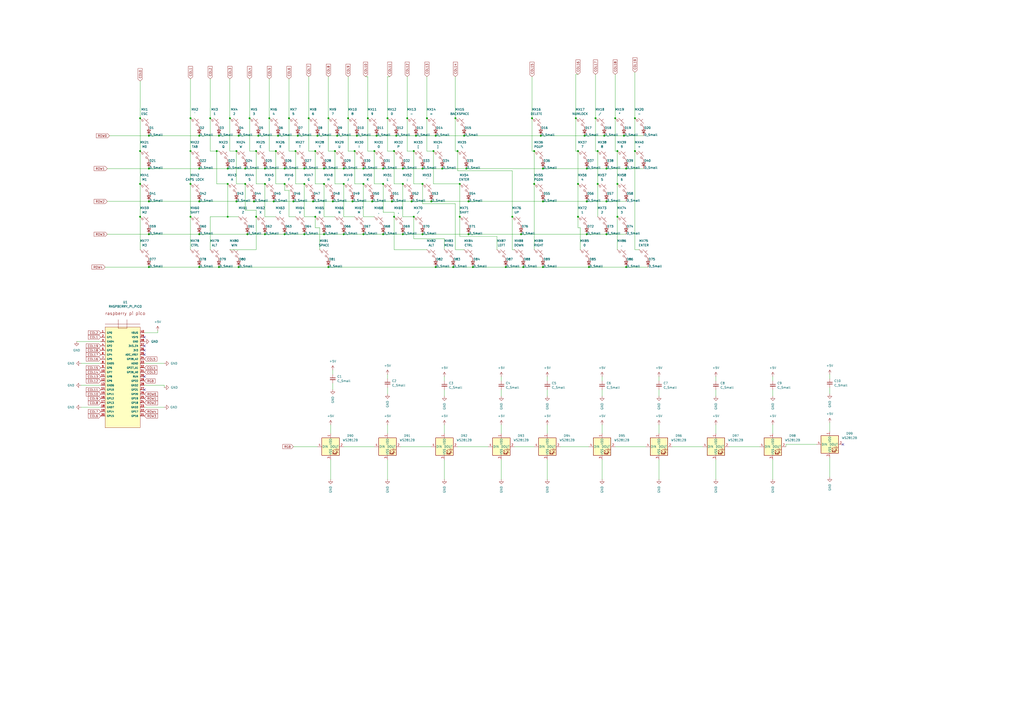
<source format=kicad_sch>
(kicad_sch (version 20231120) (generator "eeschema") (generator_version "8.0")
  (paper "A2")
  (junction (at 302.26 135.89))
  (junction (at 115.57 135.89))
  (junction (at 346.71 87.63))
  (junction (at 210.82 97.79))
  (junction (at 86.36 116.84))
  (junction (at 210.82 106.68))
  (junction (at 229.87 78.74))
  (junction (at 241.3 78.74))
  (junction (at 351.79 97.79))
  (junction (at 335.28 125.73))
  (junction (at 358.14 87.63))
  (junction (at 187.96 135.89))
  (junction (at 274.32 154.94))
  (junction (at 133.35 68.58))
  (junction (at 213.36 68.58))
  (junction (at 187.96 106.68))
  (junction (at 233.68 97.79))
  (junction (at 250.19 116.84))
  (junction (at 182.88 125.73))
  (junction (at 207.01 78.74))
  (junction (at 266.7 125.73))
  (junction (at 182.88 87.63))
  (junction (at 143.51 135.89))
  (junction (at 110.49 87.63))
  (junction (at 158.75 116.84))
  (junction (at 345.44 68.58))
  (junction (at 240.03 125.73))
  (junction (at 81.28 87.63))
  (junction (at 227.33 116.84))
  (junction (at 184.15 78.74))
  (junction (at 252.73 78.74))
  (junction (at 334.01 68.58))
  (junction (at 368.3 87.63))
  (junction (at 137.16 87.63))
  (junction (at 265.43 87.63))
  (junction (at 172.72 78.74))
  (junction (at 358.14 125.73))
  (junction (at 115.57 97.79))
  (junction (at 271.78 116.84))
  (junction (at 363.22 97.79))
  (junction (at 351.79 135.89))
  (junction (at 115.57 116.84))
  (junction (at 132.08 125.73))
  (junction (at 171.45 87.63))
  (junction (at 165.1 97.79))
  (junction (at 340.36 135.89))
  (junction (at 142.24 106.68))
  (junction (at 251.46 87.63))
  (junction (at 201.93 68.58))
  (junction (at 127 78.74))
  (junction (at 303.53 154.94))
  (junction (at 222.25 97.79))
  (junction (at 194.31 87.63))
  (junction (at 127 154.94))
  (junction (at 86.36 78.74))
  (junction (at 199.39 106.68))
  (junction (at 361.95 78.74))
  (junction (at 161.29 78.74))
  (junction (at 110.49 106.68))
  (junction (at 142.24 97.79))
  (junction (at 170.18 116.84))
  (junction (at 228.6 87.63))
  (junction (at 335.28 87.63))
  (junction (at 215.9 116.84))
  (junction (at 121.92 68.58))
  (junction (at 308.61 68.58))
  (junction (at 240.03 87.63))
  (junction (at 339.09 78.74))
  (junction (at 110.49 68.58))
  (junction (at 264.16 68.58))
  (junction (at 199.39 135.89))
  (junction (at 309.88 87.63))
  (junction (at 236.22 68.58))
  (junction (at 179.07 68.58))
  (junction (at 153.67 97.79))
  (junction (at 224.79 68.58))
  (junction (at 81.28 125.73))
  (junction (at 341.63 154.94))
  (junction (at 132.08 97.79))
  (junction (at 233.68 135.89))
  (junction (at 252.73 154.94))
  (junction (at 193.04 116.84))
  (junction (at 167.64 68.58))
  (junction (at 138.43 154.94))
  (junction (at 153.67 135.89))
  (junction (at 350.52 78.74))
  (junction (at 148.59 87.63))
  (junction (at 297.18 125.73))
  (junction (at 165.1 135.89))
  (junction (at 245.11 135.89))
  (junction (at 314.96 116.84))
  (junction (at 245.11 106.68))
  (junction (at 293.37 154.94))
  (junction (at 86.36 154.94))
  (junction (at 314.96 154.94))
  (junction (at 115.57 154.94))
  (junction (at 368.3 68.58))
  (junction (at 81.28 106.68))
  (junction (at 137.16 116.84))
  (junction (at 256.54 97.79))
  (junction (at 199.39 97.79))
  (junction (at 247.65 68.58))
  (junction (at 86.36 97.79))
  (junction (at 165.1 106.68))
  (junction (at 222.25 135.89))
  (junction (at 363.22 154.94))
  (junction (at 81.28 68.58))
  (junction (at 195.58 78.74))
  (junction (at 190.5 154.94))
  (junction (at 346.71 106.68))
  (junction (at 176.53 97.79))
  (junction (at 187.96 97.79))
  (junction (at 266.7 106.68))
  (junction (at 176.53 106.68))
  (junction (at 204.47 116.84))
  (junction (at 210.82 135.89))
  (junction (at 125.73 87.63))
  (junction (at 205.74 87.63))
  (junction (at 270.51 97.79))
  (junction (at 340.36 116.84))
  (junction (at 110.49 125.73))
  (junction (at 222.25 106.68))
  (junction (at 271.78 135.89))
  (junction (at 313.69 78.74))
  (junction (at 156.21 68.58))
  (junction (at 233.68 106.68))
  (junction (at 314.96 97.79))
  (junction (at 262.89 154.94))
  (junction (at 160.02 87.63))
  (junction (at 86.36 135.89))
  (junction (at 335.28 106.68))
  (junction (at 356.87 68.58))
  (junction (at 115.57 78.74))
  (junction (at 190.5 68.58))
  (junction (at 148.59 125.73))
  (junction (at 351.79 116.84))
  (junction (at 149.86 78.74))
  (junction (at 245.11 97.79))
  (junction (at 132.08 106.68))
  (junction (at 217.17 87.63))
  (junction (at 358.14 106.68))
  (junction (at 238.76 116.84))
  (junction (at 144.78 68.58))
  (junction (at 309.88 106.68))
  (junction (at 176.53 135.89))
  (junction (at 181.61 116.84))
  (junction (at 138.43 78.74))
  (junction (at 153.67 106.68))
  (junction (at 269.24 78.74))
  (junction (at 340.36 97.79))
  (junction (at 147.32 116.84))
  (junction (at 228.6 125.73))
  (junction (at 218.44 78.74))
  (no_connect (at 83.82 195.58))
  (no_connect (at 83.82 226.06))
  (no_connect (at 83.82 205.74))
  (no_connect (at 488.95 257.81))
  (no_connect (at 83.82 203.2))
  (no_connect (at 83.82 200.66))
  (no_connect (at 83.82 218.44))
  (wire (pts (xy 190.5 87.63) (xy 194.31 87.63)))
  (wire (pts (xy 302.26 135.89) (xy 340.36 135.89)))
  (wire (pts (xy 133.35 68.58) (xy 133.35 87.63)))
  (wire (pts (xy 137.16 87.63) (xy 137.16 106.68)))
  (wire (pts (xy 176.53 97.79) (xy 187.96 97.79)))
  (wire (pts (xy 247.65 87.63) (xy 251.46 87.63)))
  (wire (pts (xy 297.18 125.73) (xy 297.18 144.78)))
  (wire (pts (xy 269.24 78.74) (xy 313.69 78.74)))
  (wire (pts (xy 314.96 97.79) (xy 340.36 97.79)))
  (wire (pts (xy 345.44 68.58) (xy 345.44 87.63)))
  (wire (pts (xy 167.64 110.49) (xy 165.1 110.49)))
  (wire (pts (xy 228.6 144.78) (xy 228.6 125.73)))
  (wire (pts (xy 148.59 144.78) (xy 148.59 125.73)))
  (wire (pts (xy 228.6 87.63) (xy 228.6 106.68)))
  (wire (pts (xy 334.01 43.18) (xy 334.01 68.58)))
  (wire (pts (xy 81.28 68.58) (xy 81.28 87.63)))
  (wire (pts (xy 224.79 68.58) (xy 224.79 87.63)))
  (wire (pts (xy 46.99 210.82) (xy 58.42 210.82)))
  (wire (pts (xy 257.81 278.13) (xy 257.81 266.7)))
  (wire (pts (xy 349.25 226.06) (xy 349.25 229.87)))
  (wire (pts (xy 222.25 106.68) (xy 222.25 123.19)))
  (wire (pts (xy 86.36 135.89) (xy 115.57 135.89)))
  (wire (pts (xy 314.96 116.84) (xy 340.36 116.84)))
  (wire (pts (xy 303.53 154.94) (xy 314.96 154.94)))
  (wire (pts (xy 224.79 278.13) (xy 224.79 266.7)))
  (wire (pts (xy 222.25 97.79) (xy 233.68 97.79)))
  (wire (pts (xy 187.96 97.79) (xy 199.39 97.79)))
  (wire (pts (xy 264.16 68.58) (xy 264.16 87.63)))
  (wire (pts (xy 86.36 78.74) (xy 115.57 78.74)))
  (wire (pts (xy 317.5 246.38) (xy 317.5 251.46)))
  (wire (pts (xy 481.33 224.79) (xy 481.33 228.6)))
  (wire (pts (xy 185.42 132.08) (xy 182.88 132.08)))
  (wire (pts (xy 358.14 87.63) (xy 358.14 106.68)))
  (wire (pts (xy 199.39 106.68) (xy 199.39 125.73)))
  (wire (pts (xy 115.57 78.74) (xy 127 78.74)))
  (wire (pts (xy 95.25 223.52) (xy 95.25 224.79)))
  (wire (pts (xy 165.1 110.49) (xy 165.1 106.68)))
  (wire (pts (xy 110.49 87.63) (xy 110.49 106.68)))
  (wire (pts (xy 160.02 106.68) (xy 165.1 106.68)))
  (wire (pts (xy 415.29 226.06) (xy 415.29 229.87)))
  (wire (pts (xy 415.29 278.13) (xy 415.29 266.7)))
  (wire (pts (xy 62.23 97.79) (xy 86.36 97.79)))
  (wire (pts (xy 193.04 222.25) (xy 193.04 226.06)))
  (wire (pts (xy 309.88 106.68) (xy 309.88 144.78)))
  (wire (pts (xy 236.22 68.58) (xy 236.22 87.63)))
  (wire (pts (xy 317.5 226.06) (xy 317.5 229.87)))
  (wire (pts (xy 199.39 135.89) (xy 210.82 135.89)))
  (wire (pts (xy 115.57 135.89) (xy 143.51 135.89)))
  (wire (pts (xy 257.81 138.43) (xy 257.81 144.78)))
  (wire (pts (xy 256.54 97.79) (xy 270.51 97.79)))
  (wire (pts (xy 125.73 87.63) (xy 127 87.63)))
  (wire (pts (xy 193.04 214.63) (xy 193.04 217.17)))
  (wire (pts (xy 351.79 135.89) (xy 363.22 135.89)))
  (wire (pts (xy 210.82 97.79) (xy 222.25 97.79)))
  (wire (pts (xy 290.83 226.06) (xy 290.83 229.87)))
  (wire (pts (xy 86.36 154.94) (xy 115.57 154.94)))
  (wire (pts (xy 199.39 125.73) (xy 205.74 125.73)))
  (wire (pts (xy 229.87 78.74) (xy 241.3 78.74)))
  (wire (pts (xy 266.7 125.73) (xy 266.7 137.16)))
  (wire (pts (xy 137.16 116.84) (xy 147.32 116.84)))
  (wire (pts (xy 448.31 226.06) (xy 448.31 229.87)))
  (wire (pts (xy 115.57 97.79) (xy 132.08 97.79)))
  (wire (pts (xy 297.18 144.78) (xy 298.45 144.78)))
  (wire (pts (xy 215.9 116.84) (xy 227.33 116.84)))
  (wire (pts (xy 86.36 116.84) (xy 115.57 116.84)))
  (wire (pts (xy 257.81 226.06) (xy 257.81 229.87)))
  (wire (pts (xy 81.28 87.63) (xy 81.28 106.68)))
  (wire (pts (xy 297.18 99.06) (xy 297.18 125.73)))
  (wire (pts (xy 156.21 45.72) (xy 156.21 68.58)))
  (wire (pts (xy 233.68 97.79) (xy 245.11 97.79)))
  (wire (pts (xy 351.79 97.79) (xy 363.22 97.79)))
  (wire (pts (xy 191.77 246.38) (xy 191.77 251.46)))
  (wire (pts (xy 182.88 106.68) (xy 187.96 106.68)))
  (wire (pts (xy 176.53 135.89) (xy 187.96 135.89)))
  (wire (pts (xy 218.44 78.74) (xy 229.87 78.74)))
  (wire (pts (xy 187.96 106.68) (xy 187.96 125.73)))
  (wire (pts (xy 81.28 125.73) (xy 81.28 144.78)))
  (wire (pts (xy 190.5 44.45) (xy 190.5 68.58)))
  (wire (pts (xy 217.17 106.68) (xy 222.25 106.68)))
  (wire (pts (xy 340.36 135.89) (xy 351.79 135.89)))
  (wire (pts (xy 217.17 87.63) (xy 217.17 106.68)))
  (wire (pts (xy 382.27 246.38) (xy 382.27 251.46)))
  (wire (pts (xy 389.89 259.08) (xy 407.67 259.08)))
  (wire (pts (xy 473.71 257.81) (xy 455.93 257.81)))
  (wire (pts (xy 148.59 87.63) (xy 148.59 106.68)))
  (wire (pts (xy 222.25 135.89) (xy 233.68 135.89)))
  (wire (pts (xy 290.83 218.44) (xy 290.83 220.98)))
  (wire (pts (xy 110.49 125.73) (xy 110.49 144.78)))
  (wire (pts (xy 132.08 106.68) (xy 125.73 106.68)))
  (wire (pts (xy 170.18 116.84) (xy 181.61 116.84)))
  (wire (pts (xy 264.16 87.63) (xy 265.43 87.63)))
  (wire (pts (xy 415.29 218.44) (xy 415.29 220.98)))
  (wire (pts (xy 142.24 121.92) (xy 142.24 106.68)))
  (wire (pts (xy 62.23 135.89) (xy 86.36 135.89)))
  (wire (pts (xy 212.09 44.45) (xy 213.36 44.45)))
  (wire (pts (xy 245.11 118.11) (xy 264.16 118.11)))
  (wire (pts (xy 228.6 106.68) (xy 233.68 106.68)))
  (wire (pts (xy 121.92 144.78) (xy 121.92 125.73)))
  (wire (pts (xy 265.43 87.63) (xy 265.43 99.06)))
  (wire (pts (xy 356.87 87.63) (xy 358.14 87.63)))
  (wire (pts (xy 153.67 135.89) (xy 165.1 135.89)))
  (wire (pts (xy 153.67 106.68) (xy 153.67 125.73)))
  (wire (pts (xy 271.78 116.84) (xy 314.96 116.84)))
  (wire (pts (xy 251.46 106.68) (xy 266.7 106.68)))
  (wire (pts (xy 358.14 125.73) (xy 358.14 144.78)))
  (wire (pts (xy 46.99 223.52) (xy 58.42 223.52)))
  (wire (pts (xy 144.78 45.72) (xy 144.78 68.58)))
  (wire (pts (xy 83.82 223.52) (xy 95.25 223.52)))
  (wire (pts (xy 251.46 87.63) (xy 251.46 106.68)))
  (wire (pts (xy 317.5 278.13) (xy 317.5 266.7)))
  (wire (pts (xy 309.88 87.63) (xy 309.88 106.68)))
  (wire (pts (xy 63.5 78.74) (xy 86.36 78.74)))
  (wire (pts (xy 298.45 259.08) (xy 309.88 259.08)))
  (wire (pts (xy 148.59 125.73) (xy 148.59 121.92)))
  (wire (pts (xy 382.27 278.13) (xy 382.27 266.7)))
  (wire (pts (xy 170.18 259.08) (xy 184.15 259.08)))
  (wire (pts (xy 293.37 154.94) (xy 303.53 154.94)))
  (wire (pts (xy 227.33 116.84) (xy 238.76 116.84)))
  (wire (pts (xy 351.79 116.84) (xy 363.22 116.84)))
  (wire (pts (xy 179.07 44.45) (xy 179.07 68.58)))
  (wire (pts (xy 133.35 45.72) (xy 133.35 68.58)))
  (wire (pts (xy 158.75 116.84) (xy 170.18 116.84)))
  (wire (pts (xy 194.31 106.68) (xy 199.39 106.68)))
  (wire (pts (xy 336.55 144.78) (xy 336.55 132.08)))
  (wire (pts (xy 247.65 144.78) (xy 228.6 144.78)))
  (wire (pts (xy 187.96 125.73) (xy 194.31 125.73)))
  (wire (pts (xy 308.61 44.45) (xy 308.61 68.58)))
  (wire (pts (xy 83.82 210.82) (xy 95.25 210.82)))
  (wire (pts (xy 224.79 246.38) (xy 224.79 251.46)))
  (wire (pts (xy 448.31 246.38) (xy 448.31 251.46)))
  (wire (pts (xy 176.53 125.73) (xy 182.88 125.73)))
  (wire (pts (xy 182.88 132.08) (xy 182.88 125.73)))
  (wire (pts (xy 132.08 125.73) (xy 132.08 106.68)))
  (wire (pts (xy 339.09 78.74) (xy 350.52 78.74)))
  (wire (pts (xy 245.11 135.89) (xy 271.78 135.89)))
  (wire (pts (xy 356.87 259.08) (xy 374.65 259.08)))
  (wire (pts (xy 346.71 87.63) (xy 346.71 106.68)))
  (wire (pts (xy 240.03 87.63) (xy 240.03 106.68)))
  (wire (pts (xy 115.57 116.84) (xy 137.16 116.84)))
  (wire (pts (xy 86.36 97.79) (xy 115.57 97.79)))
  (wire (pts (xy 340.36 97.79) (xy 351.79 97.79)))
  (wire (pts (xy 110.49 68.58) (xy 110.49 87.63)))
  (wire (pts (xy 290.83 246.38) (xy 290.83 251.46)))
  (wire (pts (xy 233.68 135.89) (xy 245.11 135.89)))
  (wire (pts (xy 240.03 138.43) (xy 257.81 138.43)))
  (wire (pts (xy 142.24 106.68) (xy 137.16 106.68)))
  (wire (pts (xy 153.67 97.79) (xy 165.1 97.79)))
  (wire (pts (xy 127 154.94) (xy 138.43 154.94)))
  (wire (pts (xy 368.3 41.91) (xy 368.3 68.58)))
  (wire (pts (xy 179.07 87.63) (xy 182.88 87.63)))
  (wire (pts (xy 247.65 44.45) (xy 247.65 68.58)))
  (wire (pts (xy 415.29 246.38) (xy 415.29 251.46)))
  (wire (pts (xy 262.89 154.94) (xy 274.32 154.94)))
  (wire (pts (xy 335.28 43.18) (xy 334.01 43.18)))
  (wire (pts (xy 325.12 259.08) (xy 341.63 259.08)))
  (wire (pts (xy 257.81 246.38) (xy 257.81 251.46)))
  (wire (pts (xy 195.58 78.74) (xy 207.01 78.74)))
  (wire (pts (xy 363.22 154.94) (xy 375.92 154.94)))
  (wire (pts (xy 349.25 246.38) (xy 349.25 251.46)))
  (wire (pts (xy 201.93 87.63) (xy 205.74 87.63)))
  (wire (pts (xy 340.36 116.84) (xy 351.79 116.84)))
  (wire (pts (xy 199.39 97.79) (xy 210.82 97.79)))
  (wire (pts (xy 156.21 68.58) (xy 156.21 87.63)))
  (wire (pts (xy 149.86 78.74) (xy 161.29 78.74)))
  (wire (pts (xy 171.45 87.63) (xy 171.45 106.68)))
  (wire (pts (xy 201.93 68.58) (xy 201.93 87.63)))
  (wire (pts (xy 210.82 106.68) (xy 210.82 125.73)))
  (wire (pts (xy 190.5 154.94) (xy 252.73 154.94)))
  (wire (pts (xy 110.49 45.72) (xy 110.49 68.58)))
  (wire (pts (xy 138.43 154.94) (xy 190.5 154.94)))
  (wire (pts (xy 46.99 236.22) (xy 58.42 236.22)))
  (wire (pts (xy 213.36 68.58) (xy 213.36 44.45)))
  (wire (pts (xy 110.49 106.68) (xy 110.49 125.73)))
  (wire (pts (xy 201.93 44.45) (xy 201.93 68.58)))
  (wire (pts (xy 133.35 144.78) (xy 148.59 144.78)))
  (wire (pts (xy 121.92 125.73) (xy 132.08 125.73)))
  (wire (pts (xy 176.53 106.68) (xy 176.53 125.73)))
  (wire (pts (xy 138.43 125.73) (xy 132.08 125.73)))
  (wire (pts (xy 213.36 87.63) (xy 217.17 87.63)))
  (wire (pts (xy 257.81 218.44) (xy 257.81 220.98)))
  (wire (pts (xy 228.6 123.19) (xy 228.6 125.73)))
  (wire (pts (xy 193.04 116.84) (xy 204.47 116.84)))
  (wire (pts (xy 167.64 68.58) (xy 167.64 87.63)))
  (wire (pts (xy 138.43 78.74) (xy 149.86 78.74)))
  (wire (pts (xy 356.87 68.58) (xy 356.87 87.63)))
  (wire (pts (xy 153.67 125.73) (xy 160.02 125.73)))
  (wire (pts (xy 317.5 218.44) (xy 317.5 220.98)))
  (wire (pts (xy 350.52 78.74) (xy 361.95 78.74)))
  (wire (pts (xy 448.31 278.13) (xy 448.31 266.7)))
  (wire (pts (xy 345.44 43.18) (xy 345.44 68.58)))
  (wire (pts (xy 240.03 106.68) (xy 245.11 106.68)))
  (wire (pts (xy 213.36 68.58) (xy 213.36 87.63)))
  (wire (pts (xy 191.77 278.13) (xy 191.77 266.7)))
  (wire (pts (xy 83.82 236.22) (xy 95.25 236.22)))
  (wire (pts (xy 455.93 257.81) (xy 455.93 259.08)))
  (wire (pts (xy 171.45 106.68) (xy 176.53 106.68)))
  (wire (pts (xy 264.16 144.78) (xy 269.24 144.78)))
  (wire (pts (xy 161.29 78.74) (xy 172.72 78.74)))
  (wire (pts (xy 207.01 78.74) (xy 218.44 78.74)))
  (wire (pts (xy 334.01 87.63) (xy 335.28 87.63)))
  (wire (pts (xy 422.91 259.08) (xy 440.69 259.08)))
  (wire (pts (xy 382.27 218.44) (xy 382.27 220.98)))
  (wire (pts (xy 308.61 68.58) (xy 308.61 87.63)))
  (wire (pts (xy 334.01 68.58) (xy 334.01 87.63)))
  (wire (pts (xy 142.24 97.79) (xy 153.67 97.79)))
  (wire (pts (xy 346.71 106.68) (xy 346.71 125.73)))
  (wire (pts (xy 184.15 78.74) (xy 195.58 78.74)))
  (wire (pts (xy 160.02 87.63) (xy 160.02 106.68)))
  (wire (pts (xy 233.68 125.73) (xy 233.68 106.68)))
  (wire (pts (xy 133.35 87.63) (xy 137.16 87.63)))
  (wire (pts (xy 314.96 154.94) (xy 341.63 154.94)))
  (wire (pts (xy 156.21 87.63) (xy 160.02 87.63)))
  (wire (pts (xy 448.31 218.44) (xy 448.31 220.98)))
  (wire (pts (xy 224.79 44.45) (xy 226.06 44.45)))
  (wire (pts (xy 222.25 123.19) (xy 228.6 123.19)))
  (wire (pts (xy 187.96 135.89) (xy 199.39 135.89)))
  (wire (pts (xy 147.32 116.84) (xy 158.75 116.84)))
  (wire (pts (xy 44.45 198.12) (xy 58.42 198.12)))
  (wire (pts (xy 224.79 217.17) (xy 224.79 219.71)))
  (wire (pts (xy 265.43 99.06) (xy 297.18 99.06)))
  (wire (pts (xy 349.25 278.13) (xy 349.25 266.7)))
  (wire (pts (xy 241.3 78.74) (xy 252.73 78.74)))
  (wire (pts (xy 127 78.74) (xy 138.43 78.74)))
  (wire (pts (xy 125.73 106.68) (xy 125.73 87.63)))
  (wire (pts (xy 83.82 193.04) (xy 91.44 193.04)))
  (wire (pts (xy 335.28 106.68) (xy 335.28 125.73)))
  (wire (pts (xy 382.27 226.06) (xy 382.27 229.87)))
  (wire (pts (xy 190.5 68.58) (xy 190.5 87.63)))
  (wire (pts (xy 341.63 154.94) (xy 363.22 154.94)))
  (wire (pts (xy 143.51 135.89) (xy 153.67 135.89)))
  (wire (pts (xy 121.92 87.63) (xy 125.73 87.63)))
  (wire (pts (xy 271.78 135.89) (xy 302.26 135.89)))
  (wire (pts (xy 121.92 45.72) (xy 121.92 68.58)))
  (wire (pts (xy 210.82 135.89) (xy 222.25 135.89)))
  (wire (pts (xy 224.79 68.58) (xy 224.79 44.45)))
  (wire (pts (xy 148.59 106.68) (xy 153.67 106.68)))
  (wire (pts (xy 182.88 87.63) (xy 182.88 106.68)))
  (wire (pts (xy 245.11 106.68) (xy 245.11 118.11)))
  (wire (pts (xy 264.16 44.45) (xy 264.16 68.58)))
  (wire (pts (xy 148.59 121.92) (xy 142.24 121.92)))
  (wire (pts (xy 368.3 144.78) (xy 370.84 144.78)))
  (wire (pts (xy 481.33 217.17) (xy 481.33 219.71)))
  (wire (pts (xy 232.41 259.08) (xy 250.19 259.08)))
  (wire (pts (xy 62.23 116.84) (xy 86.36 116.84)))
  (wire (pts (xy 172.72 78.74) (xy 184.15 78.74)))
  (wire (pts (xy 240.03 125.73) (xy 233.68 125.73)))
  (wire (pts (xy 266.7 137.16) (xy 288.29 137.16)))
  (wire (pts (xy 167.64 45.72) (xy 167.64 68.58)))
  (wire (pts (xy 335.28 132.08) (xy 335.28 125.73)))
  (wire (pts (xy 356.87 43.18) (xy 356.87 68.58)))
  (wire (pts (xy 335.28 87.63) (xy 335.28 106.68)))
  (wire (pts (xy 144.78 87.63) (xy 148.59 87.63)))
  (wire (pts (xy 363.22 97.79) (xy 373.38 97.79)))
  (wire (pts (xy 171.45 125.73) (xy 167.64 125.73)))
  (wire (pts (xy 250.19 116.84) (xy 271.78 116.84)))
  (wire (pts (xy 81.28 106.68) (xy 81.28 125.73)))
  (wire (pts (xy 224.79 224.79) (xy 224.79 228.6)))
  (wire (pts (xy 270.51 97.79) (xy 314.96 97.79)))
  (wire (pts (xy 204.47 116.84) (xy 215.9 116.84)))
  (wire (pts (xy 144.78 68.58) (xy 144.78 87.63)))
  (wire (pts (xy 345.44 87.63) (xy 346.71 87.63)))
  (wire (pts (xy 481.33 276.86) (xy 481.33 265.43)))
  (wire (pts (xy 264.16 118.11) (xy 264.16 144.78)))
  (wire (pts (xy 238.76 116.84) (xy 250.19 116.84)))
  (wire (pts (xy 336.55 132.08) (xy 335.28 132.08)))
  (wire (pts (xy 165.1 97.79) (xy 176.53 97.79)))
  (wire (pts (xy 245.11 97.79) (xy 256.54 97.79)))
  (wire (pts (xy 205.74 87.63) (xy 205.74 106.68)))
  (wire (pts (xy 115.57 154.94) (xy 127 154.94)))
  (wire (pts (xy 81.28 46.99) (xy 81.28 68.58)))
  (wire (pts (xy 368.3 68.58) (xy 368.3 87.63)))
  (wire (pts (xy 224.79 87.63) (xy 228.6 87.63)))
  (wire (pts (xy 308.61 87.63) (xy 309.88 87.63)))
  (wire (pts (xy 240.03 125.73) (xy 240.03 138.43)))
  (wire (pts (xy 121.92 68.58) (xy 121.92 87.63)))
  (wire (pts (xy 179.07 68.58) (xy 179.07 87.63)))
  (wire (pts (xy 252.73 154.94) (xy 262.89 154.94)))
  (wire (pts (xy 252.73 78.74) (xy 269.24 78.74)))
  (wire (pts (xy 236.22 87.63) (xy 240.03 87.63)))
  (wire (pts (xy 349.25 218.44) (xy 349.25 220.98)))
  (wire (pts (xy 361.95 78.74) (xy 373.38 78.74)))
  (wire (pts (xy 181.61 116.84) (xy 193.04 116.84)))
  (wire (pts (xy 167.64 125.73) (xy 167.64 110.49)))
  (wire (pts (xy 274.32 154.94) (xy 293.37 154.94)))
  (wire (pts (xy 185.42 144.78) (xy 185.42 132.08)))
  (wire (pts (xy 313.69 78.74) (xy 339.09 78.74)))
  (wire (pts (xy 368.3 87.63) (xy 368.3 144.78)))
  (wire (pts (xy 290.83 278.13) (xy 290.83 266.7)))
  (wire (pts (xy 91.44 193.04) (xy 91.44 191.77)))
  (wire (pts (xy 205.74 106.68) (xy 210.82 106.68)))
  (wire (pts (xy 60.96 154.94) (xy 86.36 154.94)))
  (wire (pts (xy 358.14 106.68) (xy 358.14 125.73)))
  (wire (pts (xy 266.7 106.68) (xy 266.7 125.73)))
  (wire (pts (xy 194.31 87.63) (xy 194.31 106.68)))
  (wire (pts (xy 132.08 97.79) (xy 142.24 97.79)))
  (wire (pts (xy 199.39 259.08) (xy 217.17 259.08)))
  (wire (pts (xy 481.33 245.11) (xy 481.33 250.19)))
  (wire (pts (xy 247.65 68.58) (xy 247.65 87.63)))
  (wire (pts (xy 236.22 44.45) (xy 236.22 68.58)))
  (wire (pts (xy 167.64 87.63) (xy 171.45 87.63)))
  (wire (pts (xy 288.29 137.16) (xy 288.29 144.78)))
  (wire (pts (xy 165.1 135.89) (xy 176.53 135.89)))
  (wire (pts (xy 265.43 259.08) (xy 283.21 259.08)))
  (wire (pts (xy 210.82 125.73) (xy 217.17 125.73)))
  (global_label "COL4" (shape input) (at 144.78 45.72 90) (property "Intersheetrefs" "${INTERSHEET_REFS}" (effects (hide yes))))
  (global_label "ROW1" (shape input) (at 83.82 231.14 0) (property "Intersheetrefs" "${INTERSHEET_REFS}" (effects (hide yes))))
  (global_label "COL11" (shape input) (at 58.42 226.06 180) (property "Intersheetrefs" "${INTERSHEET_REFS}" (effects (hide yes))))
  (global_label "COL0" (shape input) (at 81.28 46.99 90) (property "Intersheetrefs" "${INTERSHEET_REFS}" (effects (hide yes))))
  (global_label "COL15" (shape input) (at 58.42 213.36 180) (property "Intersheetrefs" "${INTERSHEET_REFS}" (effects (hide yes))))
  (global_label "RGB" (shape input) (at 83.82 220.98 0) (property "Intersheetrefs" "${INTERSHEET_REFS}" (effects (hide yes))))
  (global_label "COL11" (shape input) (at 226.06 44.45 90) (property "Intersheetrefs" "${INTERSHEET_REFS}" (effects (hide yes))))
  (global_label "COL19" (shape input) (at 368.3 41.91 90) (property "Intersheetrefs" "${INTERSHEET_REFS}" (effects (hide yes))))
  (global_label "COL1" (shape input) (at 110.49 45.72 90) (property "Intersheetrefs" "${INTERSHEET_REFS}" (effects (hide yes))))
  (global_label "COL6" (shape input) (at 167.64 45.72 90) (property "Intersheetrefs" "${INTERSHEET_REFS}" (effects (hide yes))))
  (global_label "COL12" (shape input) (at 58.42 220.98 180) (property "Intersheetrefs" "${INTERSHEET_REFS}" (effects (hide yes))))
  (global_label "ROW3" (shape input) (at 83.82 241.3 0) (property "Intersheetrefs" "${INTERSHEET_REFS}" (effects (hide yes))))
  (global_label "COL9" (shape input) (at 201.93 44.45 90) (property "Intersheetrefs" "${INTERSHEET_REFS}" (effects (hide yes))))
  (global_label "ROW4" (shape input) (at 60.96 154.94 180) (property "Intersheetrefs" "${INTERSHEET_REFS}" (effects (hide yes))))
  (global_label "COL5" (shape input) (at 156.21 45.72 90) (property "Intersheetrefs" "${INTERSHEET_REFS}" (effects (hide yes))))
  (global_label "COL14" (shape input) (at 264.16 44.45 90) (property "Intersheetrefs" "${INTERSHEET_REFS}" (effects (hide yes))))
  (global_label "COL13" (shape input) (at 247.65 44.45 90) (property "Intersheetrefs" "${INTERSHEET_REFS}" (effects (hide yes))))
  (global_label "COL12" (shape input) (at 236.22 44.45 90) (property "Intersheetrefs" "${INTERSHEET_REFS}" (effects (hide yes))))
  (global_label "COL17" (shape input) (at 345.44 43.18 90) (property "Intersheetrefs" "${INTERSHEET_REFS}" (effects (hide yes))))
  (global_label "ROW3" (shape input) (at 62.23 135.89 180) (property "Intersheetrefs" "${INTERSHEET_REFS}" (effects (hide yes))))
  (global_label "COL19" (shape input) (at 58.42 200.66 180) (property "Intersheetrefs" "${INTERSHEET_REFS}" (effects (hide yes))))
  (global_label "COL15" (shape input) (at 308.61 44.45 90) (property "Intersheetrefs" "${INTERSHEET_REFS}" (effects (hide yes))))
  (global_label "ROW0" (shape input) (at 83.82 228.6 0) (property "Intersheetrefs" "${INTERSHEET_REFS}" (effects (hide yes))))
  (global_label "ROW2" (shape input) (at 83.82 233.68 0) (property "Intersheetrefs" "${INTERSHEET_REFS}" (effects (hide yes))))
  (global_label "COL7" (shape input) (at 179.07 44.45 90) (property "Intersheetrefs" "${INTERSHEET_REFS}" (effects (hide yes))))
  (global_label "COL13" (shape input) (at 58.42 218.44 180) (property "Intersheetrefs" "${INTERSHEET_REFS}" (effects (hide yes))))
  (global_label "COL7" (shape input) (at 58.42 238.76 180) (property "Intersheetrefs" "${INTERSHEET_REFS}" (effects (hide yes))))
  (global_label "COL6" (shape input) (at 58.42 241.3 180) (property "Intersheetrefs" "${INTERSHEET_REFS}" (effects (hide yes))))
  (global_label "RGB" (shape input) (at 170.18 259.08 180) (property "Intersheetrefs" "${INTERSHEET_REFS}" (effects (hide yes))))
  (global_label "COL9" (shape input) (at 58.42 231.14 180) (property "Intersheetrefs" "${INTERSHEET_REFS}" (effects (hide yes))))
  (global_label "COL2" (shape input) (at 58.42 193.04 180) (property "Intersheetrefs" "${INTERSHEET_REFS}" (effects (hide yes))))
  (global_label "COL8" (shape input) (at 58.42 233.68 180) (property "Intersheetrefs" "${INTERSHEET_REFS}" (effects (hide yes))))
  (global_label "COL8" (shape input) (at 190.5 44.45 90) (property "Intersheetrefs" "${INTERSHEET_REFS}" (effects (hide yes))))
  (global_label "COL4" (shape input) (at 83.82 213.36 0) (property "Intersheetrefs" "${INTERSHEET_REFS}" (effects (hide yes))))
  (global_label "COL14" (shape input) (at 58.42 215.9 180) (property "Intersheetrefs" "${INTERSHEET_REFS}" (effects (hide yes))))
  (global_label "COL18" (shape input) (at 58.42 203.2 180) (property "Intersheetrefs" "${INTERSHEET_REFS}" (effects (hide yes))))
  (global_label "COL3" (shape input) (at 133.35 45.72 90) (property "Intersheetrefs" "${INTERSHEET_REFS}" (effects (hide yes))))
  (global_label "COL10" (shape input) (at 212.09 44.45 90) (property "Intersheetrefs" "${INTERSHEET_REFS}" (effects (hide yes))))
  (global_label "ROW2" (shape input) (at 62.23 116.84 180) (property "Intersheetrefs" "${INTERSHEET_REFS}" (effects (hide yes))))
  (global_label "COL1" (shape input) (at 58.42 195.58 180) (property "Intersheetrefs" "${INTERSHEET_REFS}" (effects (hide yes))))
  (global_label "COL17" (shape input) (at 58.42 205.74 180) (property "Intersheetrefs" "${INTERSHEET_REFS}" (effects (hide yes))))
  (global_label "COL18" (shape input) (at 356.87 43.18 90) (property "Intersheetrefs" "${INTERSHEET_REFS}" (effects (hide yes))))
  (global_label "COL10" (shape input) (at 58.42 228.6 180) (property "Intersheetrefs" "${INTERSHEET_REFS}" (effects (hide yes))))
  (global_label "COL16" (shape input) (at 335.28 43.18 90) (property "Intersheetrefs" "${INTERSHEET_REFS}" (effects (hide yes))))
  (global_label "ROW4" (shape input) (at 83.82 238.76 0) (property "Intersheetrefs" "${INTERSHEET_REFS}" (effects (hide yes))))
  (global_label "COL2" (shape input) (at 121.92 45.72 90) (property "Intersheetrefs" "${INTERSHEET_REFS}" (effects (hide yes))))
  (global_label "COL3" (shape input) (at 83.82 215.9 0) (property "Intersheetrefs" "${INTERSHEET_REFS}" (effects (hide yes))))
  (global_label "ROW0" (shape input) (at 63.5 78.74 180) (property "Intersheetrefs" "${INTERSHEET_REFS}" (effects (hide yes))))
  (global_label "ROW1" (shape input) (at 62.23 97.79 180) (property "Intersheetrefs" "${INTERSHEET_REFS}" (effects (hide yes))))
  (global_label "COL5" (shape input) (at 83.82 208.28 0) (property "Intersheetrefs" "${INTERSHEET_REFS}" (effects (hide yes))))
  (global_label "COL16" (shape input) (at 58.42 208.28 180) (property "Intersheetrefs" "${INTERSHEET_REFS}" (effects (hide yes))))
  (symbol (lib_id "Device:C_Small") (at 448.31 223.52 0) (unit 1)
    (property "Reference" "C9" (at 450.85 222.2562 0) (effects (justify left)))
    (property "Value" "C_Small" (at 450.85 224.7962 0) (effects (justify left)))
    (property "Footprint" "Capacitor_SMD:C_0603_1608Metric_Pad1.08x0.95mm_HandSolder" (effects (hide yes)))
    (property "Description" "Unpolarized capacitor, small symbol" (effects (hide yes)))
  )
  (symbol (lib_id "mechanical_keyboard:D_Small") (at 271.78 133.35 90) (unit 1)
    (property "Reference" "D71" (at 272.034 131.318 90) (effects (justify right)))
    (property "Value" "D_Small" (at 272.034 135.382 90) (effects (justify right)))
    (property "Footprint" "Diode_SMD:D_SOD-123" (effects (hide yes)))
    (property "Description" "Diode, small symbol" (effects (hide yes)))
    (property "Sim.Device" "D" (effects (hide yes)))
    (property "Sim.Pins" "1=K 2=A" (effects (hide yes)))
  )
  (symbol (lib_id "mechanical_keyboard:MX_SW_solder") (at 312.42 147.32 0) (unit 1)
    (property "Reference" "MX89" (at 312.42 139.7 0))
    (property "Value" "RIGHT" (at 312.42 142.24 0))
    (property "Footprint" "PCBlib_keyboard:SW_Cherry_MX_1.00u_PCB" (effects (hide yes)))
    (property "Description" "Push button switch, normally open, two pins, 45° tilted" (effects (hide yes)))
  )
  (symbol (lib_id "mechanical_keyboard:D_Small") (at 340.36 133.35 90) (unit 1)
    (property "Reference" "D72" (at 340.614 131.318 90) (effects (justify right)))
    (property "Value" "D_Small" (at 340.614 135.382 90) (effects (justify right)))
    (property "Footprint" "Diode_SMD:D_SOD-123" (effects (hide yes)))
    (property "Description" "Diode, small symbol" (effects (hide yes)))
    (property "Sim.Device" "D" (effects (hide yes)))
    (property "Sim.Pins" "1=K 2=A" (effects (hide yes)))
  )
  (symbol (lib_id "mechanical_keyboard:D_Small") (at 199.39 95.25 90) (unit 1)
    (property "Reference" "D29" (at 199.644 93.218 90) (effects (justify right)))
    (property "Value" "D_Small" (at 199.644 97.282 90) (effects (justify right)))
    (property "Footprint" "Diode_SMD:D_SOD-123" (effects (hide yes)))
    (property "Description" "Diode, small symbol" (effects (hide yes)))
    (property "Sim.Device" "D" (effects (hide yes)))
    (property "Sim.Pins" "1=K 2=A" (effects (hide yes)))
  )
  (symbol (lib_id "mechanical_keyboard:MX_SW_solder") (at 196.85 128.27 0) (unit 1)
    (property "Reference" "MX66" (at 196.85 120.65 0))
    (property "Value" "N" (at 196.85 123.19 0))
    (property "Footprint" "PCBlib_keyboard:SW_Cherry_MX_1.00u_PCB" (effects (hide yes)))
    (property "Description" "Push button switch, normally open, two pins, 45° tilted" (effects (hide yes)))
  )
  (symbol (lib_id "mechanical_keyboard:MX_SW_solder") (at 204.47 71.12 0) (unit 1)
    (property "Reference" "MX10" (at 204.47 63.5 0))
    (property "Value" "8" (at 204.47 66.04 0))
    (property "Footprint" "PCBlib_keyboard:SW_Cherry_MX_1.00u_PCB" (effects (hide yes)))
    (property "Description" "Push button switch, normally open, two pins, 45° tilted" (effects (hide yes)))
  )
  (symbol (lib_id "mechanical_keyboard:D_Small") (at 227.33 114.3 90) (unit 1)
    (property "Reference" "D51" (at 227.584 112.268 90) (effects (justify right)))
    (property "Value" "D_Small" (at 227.584 116.332 90) (effects (justify right)))
    (property "Footprint" "Diode_SMD:D_SOD-123" (effects (hide yes)))
    (property "Description" "Diode, small symbol" (effects (hide yes)))
    (property "Sim.Device" "D" (effects (hide yes)))
    (property "Sim.Pins" "1=K 2=A" (effects (hide yes)))
  )
  (symbol (lib_id "mechanical_keyboard:MX_SW_solder") (at 158.75 71.12 0) (unit 1)
    (property "Reference" "MX6" (at 158.75 63.5 0))
    (property "Value" "4" (at 158.75 66.04 0))
    (property "Footprint" "PCBlib_keyboard:SW_Cherry_MX_1.00u_PCB" (effects (hide yes)))
    (property "Description" "Push button switch, normally open, two pins, 45° tilted" (effects (hide yes)))
  )
  (symbol (lib_id "mechanical_keyboard:D_Small") (at 222.25 133.35 90) (unit 1)
    (property "Reference" "D68" (at 222.504 131.318 90) (effects (justify right)))
    (property "Value" "D_Small" (at 222.504 135.382 90) (effects (justify right)))
    (property "Footprint" "Diode_SMD:D_SOD-123" (effects (hide yes)))
    (property "Description" "Diode, small symbol" (effects (hide yes)))
    (property "Sim.Device" "D" (effects (hide yes)))
    (property "Sim.Pins" "1=K 2=A" (effects (hide yes)))
  )
  (symbol (lib_id "mechanical_keyboard:D_Small") (at 293.37 152.4 90) (unit 1)
    (property "Reference" "D87" (at 293.624 150.368 90) (effects (justify right)))
    (property "Value" "D_Small" (at 293.624 154.432 90) (effects (justify right)))
    (property "Footprint" "Diode_SMD:D_SOD-123" (effects (hide yes)))
    (property "Description" "Diode, small symbol" (effects (hide yes)))
    (property "Sim.Device" "D" (effects (hide yes)))
    (property "Sim.Pins" "1=K 2=A" (effects (hide yes)))
  )
  (symbol (lib_id "mechanical_keyboard:MX_SW_solder") (at 254 90.17 0) (unit 1)
    (property "Reference" "MX34" (at 254 82.55 0))
    (property "Value" "]" (at 254 85.09 0))
    (property "Footprint" "PCBlib_keyboard:SW_Cherry_MX_1.00u_PCB" (effects (hide yes)))
    (property "Description" "Push button switch, normally open, two pins, 45° tilted" (effects (hide yes)))
  )
  (symbol (lib_id "power:+5V") (at 224.79 246.38 0) (unit 1)
    (property "Reference" "#PWR012" (effects (hide yes)))
    (property "Value" "+5V" (at 224.79 241.3 0))
    (property "Description" "Power symbol creates a global label with name \"+5V\"" (effects (hide yes)))
  )
  (symbol (lib_id "mechanical_keyboard:D_Small") (at 86.36 76.2 90) (unit 1)
    (property "Reference" "D1" (at 86.614 74.168 90) (effects (justify right)))
    (property "Value" "D_Small" (at 86.614 78.232 90) (effects (justify right)))
    (property "Footprint" "Diode_SMD:D_SOD-123" (effects (hide yes)))
    (property "Description" "Diode, small symbol" (effects (hide yes)))
    (property "Sim.Device" "D" (effects (hide yes)))
    (property "Sim.Pins" "1=K 2=A" (effects (hide yes)))
  )
  (symbol (lib_id "mechanical_keyboard:MX_SW_solder") (at 83.82 90.17 0) (unit 1)
    (property "Reference" "MX21" (at 83.82 82.55 0))
    (property "Value" "M0" (at 83.82 85.09 0))
    (property "Footprint" "PCBlib_keyboard:SW_Cherry_MX_1.00u_PCB" (effects (hide yes)))
    (property "Description" "Push button switch, normally open, two pins, 45° tilted" (effects (hide yes)))
  )
  (symbol (lib_id "power:GND") (at 257.81 278.13 0) (unit 1)
    (property "Reference" "#PWR015" (effects (hide yes)))
    (property "Value" "GND" (at 257.8099 281.94 90) (effects (justify right)))
    (property "Description" "Power symbol creates a global label with name \"GND\" , ground" (effects (hide yes)))
  )
  (symbol (lib_id "mechanical_keyboard:D_Small") (at 161.29 76.2 90) (unit 1)
    (property "Reference" "D6" (at 161.544 74.168 90) (effects (justify right)))
    (property "Value" "D_Small" (at 161.544 78.232 90) (effects (justify right)))
    (property "Footprint" "Diode_SMD:D_SOD-123" (effects (hide yes)))
    (property "Description" "Diode, small symbol" (effects (hide yes)))
    (property "Sim.Device" "D" (effects (hide yes)))
    (property "Sim.Pins" "1=K 2=A" (effects (hide yes)))
  )
  (symbol (lib_id "mechanical_keyboard:D_Small") (at 132.08 95.25 90) (unit 1)
    (property "Reference" "D23" (at 132.334 93.218 90) (effects (justify right)))
    (property "Value" "D_Small" (at 132.334 97.282 90) (effects (justify right)))
    (property "Footprint" "Diode_SMD:D_SOD-123" (effects (hide yes)))
    (property "Description" "Diode, small symbol" (effects (hide yes)))
    (property "Sim.Device" "D" (effects (hide yes)))
    (property "Sim.Pins" "1=K 2=A" (effects (hide yes)))
  )
  (symbol (lib_id "LED:WS2812B") (at 191.77 259.08 0) (unit 1)
    (property "Reference" "D90" (at 203.2 252.7614 0))
    (property "Value" "WS2812B" (at 203.2 255.3014 0))
    (property "Footprint" "LED_SMD:LED_WS2812B_PLCC4_5.0x5.0mm_P3.2mm" (effects (hide yes)))
    (property "Datasheet" "https://cdn-shop.adafruit.com/datasheets/WS2812B.pdf" (effects (hide yes)))
    (property "Description" "RGB LED with integrated controller" (effects (hide yes)))
  )
  (symbol (lib_id "mechanical_keyboard:MX_SW_solder") (at 219.71 90.17 0) (unit 1)
    (property "Reference" "MX31" (at 219.71 82.55 0))
    (property "Value" "O" (at 219.71 85.09 0))
    (property "Footprint" "PCBlib_keyboard:SW_Cherry_MX_1.00u_PCB" (effects (hide yes)))
    (property "Description" "Push button switch, normally open, two pins, 45° tilted" (effects (hide yes)))
  )
  (symbol (lib_id "power:GND") (at 349.25 278.13 0) (unit 1)
    (property "Reference" "#PWR033" (effects (hide yes)))
    (property "Value" "GND" (at 349.2499 281.94 90) (effects (justify right)))
    (property "Description" "Power symbol creates a global label with name \"GND\" , ground" (effects (hide yes)))
  )
  (symbol (lib_id "mechanical_keyboard:MX_SW_solder") (at 360.68 147.32 0) (unit 1)
    (property "Reference" "MX86" (at 360.68 139.7 0))
    (property "Value" "." (at 360.68 142.24 0))
    (property "Footprint" "PCBlib_keyboard:SW_Cherry_MX_1.00u_PCB" (effects (hide yes)))
    (property "Description" "Push button switch, normally open, two pins, 45° tilted" (effects (hide yes)))
  )
  (symbol (lib_id "mechanical_keyboard:D_Small") (at 363.22 133.35 90) (unit 1)
    (property "Reference" "D74" (at 363.474 131.318 90) (effects (justify right)))
    (property "Value" "D_Small" (at 363.474 135.382 90) (effects (justify right)))
    (property "Footprint" "Diode_SMD:D_SOD-123" (effects (hide yes)))
    (property "Description" "Diode, small symbol" (effects (hide yes)))
    (property "Sim.Device" "D" (effects (hide yes)))
    (property "Sim.Pins" "1=K 2=A" (effects (hide yes)))
  )
  (symbol (lib_id "mechanical_keyboard:MX_SW_solder") (at 312.42 109.22 0) (unit 1)
    (property "Reference" "MX55" (at 312.42 101.6 0))
    (property "Value" "PGDN" (at 312.42 104.14 0))
    (property "Footprint" "PCBlib_keyboard:SW_Cherry_MX_1.00u_PCB" (effects (hide yes)))
    (property "Description" "Push button switch, normally open, two pins, 45° tilted" (effects (hide yes)))
  )
  (symbol (lib_id "mechanical_keyboard:D_Small") (at 339.09 76.2 90) (unit 1)
    (property "Reference" "D17" (at 339.344 74.168 90) (effects (justify right)))
    (property "Value" "D_Small" (at 339.344 78.232 90) (effects (justify right)))
    (property "Footprint" "Diode_SMD:D_SOD-123" (effects (hide yes)))
    (property "Description" "Diode, small symbol" (effects (hide yes)))
    (property "Sim.Device" "D" (effects (hide yes)))
    (property "Sim.Pins" "1=K 2=A" (effects (hide yes)))
  )
  (symbol (lib_id "mechanical_keyboard:D_Small") (at 373.38 76.2 90) (unit 1)
    (property "Reference" "D20" (at 373.634 74.168 90) (effects (justify right)))
    (property "Value" "D_Small" (at 373.634 78.232 90) (effects (justify right)))
    (property "Footprint" "Diode_SMD:D_SOD-123" (effects (hide yes)))
    (property "Datasheet" "https://www.snapeda.com/parts/MBR0520LT1G/ON%20Semiconductor/datasheet/" (effects (hide yes)))
    (property "Description" "Diode, small symbol" (effects (hide yes)))
    (property "Sim.Device" "D" (effects (hide yes)))
    (property "Sim.Pins" "1=K 2=A" (effects (hide yes)))
  )
  (symbol (lib_id "LED:WS2812B") (at 290.83 259.08 0) (unit 1)
    (property "Reference" "D93" (at 302.26 252.7614 0))
    (property "Value" "WS2812B" (at 302.26 255.3014 0))
    (property "Footprint" "LED_SMD:LED_WS2812B_PLCC4_5.0x5.0mm_P3.2mm" (effects (hide yes)))
    (property "Datasheet" "https://cdn-shop.adafruit.com/datasheets/WS2812B.pdf" (effects (hide yes)))
    (property "Description" "RGB LED with integrated controller" (effects (hide yes)))
  )
  (symbol (lib_id "mechanical_keyboard:D_Small") (at 269.24 76.2 90) (unit 1)
    (property "Reference" "D15" (at 269.494 74.168 90) (effects (justify right)))
    (property "Value" "D_Small" (at 269.494 78.232 90) (effects (justify right)))
    (property "Footprint" "Diode_SMD:D_SOD-123" (effects (hide yes)))
    (property "Description" "Diode, small symbol" (effects (hide yes)))
    (property "Sim.Device" "D" (effects (hide yes)))
    (property "Sim.Pins" "1=K 2=A" (effects (hide yes)))
  )
  (symbol (lib_id "mechanical_keyboard:D_Small") (at 142.24 95.25 90) (unit 1)
    (property "Reference" "D24" (at 142.494 93.218 90) (effects (justify right)))
    (property "Value" "D_Small" (at 142.494 97.282 90) (effects (justify right)))
    (property "Footprint" "Diode_SMD:D_SOD-123" (effects (hide yes)))
    (property "Description" "Diode, small symbol" (effects (hide yes)))
    (property "Sim.Device" "D" (effects (hide yes)))
    (property "Sim.Pins" "1=K 2=A" (effects (hide yes)))
  )
  (symbol (lib_id "mechanical_keyboard:D_Small") (at 138.43 76.2 90) (unit 1)
    (property "Reference" "D4" (at 138.684 74.168 90) (effects (justify right)))
    (property "Value" "D_Small" (at 138.684 78.232 90) (effects (justify right)))
    (property "Footprint" "Diode_SMD:D_SOD-123" (effects (hide yes)))
    (property "Description" "Diode, small symbol" (effects (hide yes)))
    (property "Sim.Device" "D" (effects (hide yes)))
    (property "Sim.Pins" "1=K 2=A" (effects (hide yes)))
  )
  (symbol (lib_id "mechanical_keyboard:MX_SW_solder") (at 231.14 128.27 0) (unit 1)
    (property "Reference" "MX69" (at 231.14 120.65 0))
    (property "Value" "." (at 231.14 123.19 0))
    (property "Footprint" "PCBlib_keyboard:SW_Cherry_MX_1.00u_PCB" (effects (hide yes)))
    (property "Description" "Push button switch, normally open, two pins, 45° tilted" (effects (hide yes)))
  )
  (symbol (lib_id "mechanical_keyboard:D_Small") (at 207.01 76.2 90) (unit 1)
    (property "Reference" "D10" (at 207.264 74.168 90) (effects (justify right)))
    (property "Value" "D_Small" (at 207.264 78.232 90) (effects (justify right)))
    (property "Footprint" "Diode_SMD:D_SOD-123" (effects (hide yes)))
    (property "Description" "Diode, small symbol" (effects (hide yes)))
    (property "Sim.Device" "D" (effects (hide yes)))
    (property "Sim.Pins" "1=K 2=A" (effects (hide yes)))
  )
  (symbol (lib_id "power:+5V") (at 448.31 246.38 0) (unit 1)
    (property "Reference" "#PWR044" (effects (hide yes)))
    (property "Value" "+5V" (at 448.31 241.3 0))
    (property "Description" "Power symbol creates a global label with name \"+5V\"" (effects (hide yes)))
  )
  (symbol (lib_id "power:+5V") (at 290.83 218.44 0) (unit 1)
    (property "Reference" "#PWR024" (effects (hide yes)))
    (property "Value" "+5V" (at 290.83 213.36 0))
    (property "Description" "Power symbol creates a global label with name \"+5V\"" (effects (hide yes)))
  )
  (symbol (lib_id "mechanical_keyboard:MX_SW_solder") (at 300.99 147.32 0) (unit 1)
    (property "Reference" "MX88" (at 300.99 139.7 0))
    (property "Value" "DOWN" (at 300.99 142.24 0))
    (property "Footprint" "PCBlib_keyboard:SW_Cherry_MX_1.00u_PCB" (effects (hide yes)))
    (property "Description" "Push button switch, normally open, two pins, 45° tilted" (effects (hide yes)))
  )
  (symbol (lib_id "mechanical_keyboard:D_Small") (at 115.57 133.35 90) (unit 1)
    (property "Reference" "D60" (at 115.824 131.318 90) (effects (justify right)))
    (property "Value" "D_Small" (at 115.824 135.382 90) (effects (justify right)))
    (property "Footprint" "Diode_SMD:D_SOD-123" (effects (hide yes)))
    (property "Description" "Diode, small symbol" (effects (hide yes)))
    (property "Sim.Device" "D" (effects (hide yes)))
    (property "Sim.Pins" "1=K 2=A" (effects (hide yes)))
  )
  (symbol (lib_id "mechanical_keyboard:MX_SW_solder") (at 360.68 90.17 0) (unit 1)
    (property "Reference" "MX39" (at 360.68 82.55 0))
    (property "Value" "9" (at 360.68 85.09 0))
    (property "Footprint" "PCBlib_keyboard:SW_Cherry_MX_1.00u_PCB" (effects (hide yes)))
    (property "Description" "Push button switch, normally open, two pins, 45° tilted" (effects (hide yes)))
  )
  (symbol (lib_id "mechanical_keyboard:D_Small") (at 115.57 114.3 90) (unit 1)
    (property "Reference" "D42" (at 115.824 112.268 90) (effects (justify right)))
    (property "Value" "D_Small" (at 115.824 116.332 90) (effects (justify right)))
    (property "Footprint" "Diode_SMD:D_SOD-123" (effects (hide yes)))
    (property "Description" "Diode, small symbol" (effects (hide yes)))
    (property "Sim.Device" "D" (effects (hide yes)))
    (property "Sim.Pins" "1=K 2=A" (effects (hide yes)))
  )
  (symbol (lib_id "mechanical_keyboard:MX_SW_solder") (at 269.24 109.22 0) (unit 1)
    (property "Reference" "MX54" (at 269.24 101.6 0))
    (property "Value" "ENTER" (at 269.24 104.14 0))
    (property "Footprint" "PCBlib_keyboard:SW_Cherry_MX_2.25u_PCB" (effects (hide yes)))
    (property "Description" "Push button switch, normally open, two pins, 45° tilted" (effects (hide yes)))
  )
  (symbol (lib_id "mechanical_keyboard:MX_SW_solder") (at 181.61 71.12 0) (unit 1)
    (property "Reference" "MX8" (at 181.61 63.5 0))
    (property "Value" "6" (at 181.61 66.04 0))
    (property "Footprint" "PCBlib_keyboard:SW_Cherry_MX_1.00u_PCB" (effects (hide yes)))
    (property "Description" "Push button switch, normally open, two pins, 45° tilted" (effects (hide yes)))
  )
  (symbol (lib_id "mechanical_keyboard:D_Small") (at 361.95 76.2 90) (unit 1)
    (property "Reference" "D19" (at 362.204 74.168 90) (effects (justify right)))
    (property "Value" "D_Small" (at 362.204 78.232 90) (effects (justify right)))
    (property "Footprint" "Diode_SMD:D_SOD-123" (effects (hide yes)))
    (property "Description" "Diode, small symbol" (effects (hide yes)))
    (property "Sim.Device" "D" (effects (hide yes)))
    (property "Sim.Pins" "1=K 2=A" (effects (hide yes)))
  )
  (symbol (lib_id "mechanical_keyboard:MX_SW_solder") (at 190.5 109.22 0) (unit 1)
    (property "Reference" "MX48" (at 190.5 101.6 0))
    (property "Value" "H" (at 190.5 104.14 0))
    (property "Footprint" "PCBlib_keyboard:SW_Cherry_MX_1.00u_PCB" (effects (hide yes)))
    (property "Description" "Push button switch, normally open, two pins, 45° tilted" (effects (hide yes)))
  )
  (symbol (lib_id "mechanical_keyboard:MX_SW_solder") (at 299.72 128.27 0) (unit 1)
    (property "Reference" "MX76" (at 299.72 120.65 0))
    (property "Value" "UP" (at 299.72 123.19 0))
    (property "Footprint" "PCBlib_keyboard:SW_Cherry_MX_1.00u_PCB" (effects (hide yes)))
    (property "Description" "Push button switch, normally open, two pins, 45° tilted" (effects (hide yes)))
  )
  (symbol (lib_id "LED:WS2812B") (at 448.31 259.08 0) (unit 1)
    (property "Reference" "D98" (at 459.74 252.7614 0))
    (property "Value" "WS2812B" (at 459.74 255.3014 0))
    (property "Footprint" "LED_SMD:LED_WS2812B_PLCC4_5.0x5.0mm_P3.2mm" (effects (hide yes)))
    (property "Datasheet" "https://cdn-shop.adafruit.com/datasheets/WS2812B.pdf" (effects (hide yes)))
    (property "Description" "RGB LED with integrated controller" (effects (hide yes)))
  )
  (symbol (lib_id "Device:C_Small") (at 257.81 223.52 0) (unit 1)
    (property "Reference" "C3" (at 260.35 222.2562 0) (effects (justify left)))
    (property "Value" "C_Small" (at 260.35 224.7962 0) (effects (justify left)))
    (property "Footprint" "Capacitor_SMD:C_0603_1608Metric_Pad1.08x0.95mm_HandSolder" (effects (hide yes)))
    (property "Description" "Unpolarized capacitor, small symbol" (effects (hide yes)))
  )
  (symbol (lib_id "Device:C_Small") (at 224.79 222.25 0) (unit 1)
    (property "Reference" "C2" (at 227.33 220.9862 0) (effects (justify left)))
    (property "Value" "C_Small" (at 227.33 223.5262 0) (effects (justify left)))
    (property "Footprint" "Capacitor_SMD:C_0603_1608Metric_Pad1.08x0.95mm_HandSolder" (effects (hide yes)))
    (property "Description" "Unpolarized capacitor, small symbol" (effects (hide yes)))
  )
  (symbol (lib_id "Pico:RASPBERRY_PI_PICO") (at 68.58 213.36 0) (unit 1)
    (property "Reference" "U1" (at 72.6771 175.26 0))
    (property "Value" "RASPBERRY_PI_PICO" (at 72.6771 177.8 0))
    (property "Footprint" "PCBlib_keyboard:MODULE_RASPBERRY_PI_PICO_W" (effects (hide yes)))
    (property "Description_1" "\n                        \n                            Raspberry Pi Board, Arm Cortex-M0+; Core Architecture:Arm; Core Sub-Architecture:Cortex-M0+; Kit Contents:Raspberry Pi Pico Board; No. Of Bits:32Bit; Silicon Core Number:Rp2040; Silicon Manufacturer:Raspberry Pi |Raspberry-Pi RASPBERRY PI PICO\n                        \n" (effects (hide yes)))
    (property "MP" "RASPBERRY PI PICO" (effects (hide yes)))
  )
  (symbol (lib_id "mechanical_keyboard:MX_SW_solder") (at 83.82 128.27 0) (unit 1)
    (property "Reference" "MX59" (at 83.82 120.65 0))
    (property "Value" "M2" (at 83.82 123.19 0))
    (property "Footprint" "PCBlib_keyboard:SW_Cherry_MX_1.00u_PCB" (effects (hide yes)))
    (property "Description" "Push button switch, normally open, two pins, 45° tilted" (effects (hide yes)))
  )
  (symbol (lib_id "mechanical_keyboard:D_Small") (at 153.67 133.35 90) (unit 1)
    (property "Reference" "D62" (at 153.924 131.318 90) (effects (justify right)))
    (property "Value" "D_Small" (at 153.924 135.382 90) (effects (justify right)))
    (property "Footprint" "Diode_SMD:D_SOD-123" (effects (hide yes)))
    (property "Description" "Diode, small symbol" (effects (hide yes)))
    (property "Sim.Device" "D" (effects (hide yes)))
    (property "Sim.Pins" "1=K 2=A" (effects (hide yes)))
  )
  (symbol (lib_id "power:GND") (at 46.99 236.22 270) (unit 1)
    (property "Reference" "#PWR05" (effects (hide yes)))
    (property "Value" "GND" (at 43.18 236.2199 90) (effects (justify right)))
    (property "Description" "Power symbol creates a global label with name \"GND\" , ground" (effects (hide yes)))
  )
  (symbol (lib_id "mechanical_keyboard:MX_SW_solder") (at 113.03 71.12 0) (unit 1)
    (property "Reference" "MX2" (at 113.03 63.5 0))
    (property "Value" "`" (at 113.03 66.04 0))
    (property "Footprint" "PCBlib_keyboard:SW_Cherry_MX_1.00u_PCB" (effects (hide yes)))
    (property "Description" "Push button switch, normally open, two pins, 45° tilted" (effects (hide yes)))
  )
  (symbol (lib_id "mechanical_keyboard:MX_SW_solder") (at 167.64 109.22 0) (unit 1)
    (property "Reference" "MX46" (at 167.64 101.6 0))
    (property "Value" "F" (at 167.64 104.14 0))
    (property "Footprint" "PCBlib_keyboard:SW_Cherry_MX_1.00u_PCB" (effects (hide yes)))
    (property "Description" "Push button switch, normally open, two pins, 45° tilted" (effects (hide yes)))
  )
  (symbol (lib_id "mechanical_keyboard:MX_SW_solder") (at 83.82 147.32 0) (unit 1)
    (property "Reference" "MX77" (at 83.82 139.7 0))
    (property "Value" "M3" (at 83.82 142.24 0))
    (property "Footprint" "PCBlib_keyboard:SW_Cherry_MX_1.00u_PCB" (effects (hide yes)))
    (property "Description" "Push button switch, normally open, two pins, 45° tilted" (effects (hide yes)))
  )
  (symbol (lib_id "mechanical_keyboard:D_Small") (at 86.36 133.35 90) (unit 1)
    (property "Reference" "D59" (at 86.614 131.318 90) (effects (justify right)))
    (property "Value" "D_Small" (at 86.614 135.382 90) (effects (justify right)))
    (property "Footprint" "Diode_SMD:D_SOD-123" (effects (hide yes)))
    (property "Description" "Diode, small symbol" (effects (hide yes)))
    (property "Sim.Device" "D" (effects (hide yes)))
    (property "Sim.Pins" "1=K 2=A" (effects (hide yes)))
  )
  (symbol (lib_id "mechanical_keyboard:MX_SW_solder") (at 135.89 147.32 0) (unit 1)
    (property "Reference" "MX80" (at 135.89 139.7 0))
    (property "Value" "WIN" (at 135.89 142.24 0))
    (property "Footprint" "PCBlib_keyboard:SW_Cherry_MX_1.25u_PCB" (effects (hide yes)))
    (property "Description" "Push button switch, normally open, two pins, 45° tilted" (effects (hide yes)))
  )
  (symbol (lib_id "mechanical_keyboard:MX_SW_solder") (at 337.82 109.22 0) (unit 1)
    (property "Reference" "MX56" (at 337.82 101.6 0))
    (property "Value" "4" (at 337.82 104.14 0))
    (property "Footprint" "PCBlib_keyboard:SW_Cherry_MX_1.00u_PCB" (effects (hide yes)))
    (property "Description" "Push button switch, normally open, two pins, 45° tilted" (effects (hide yes)))
  )
  (symbol (lib_id "mechanical_keyboard:MX_SW_solder") (at 179.07 109.22 0) (unit 1)
    (property "Reference" "MX47" (at 179.07 101.6 0))
    (property "Value" "G" (at 179.07 104.14 0))
    (property "Footprint" "PCBlib_keyboard:SW_Cherry_MX_1.00u_PCB" (effects (hide yes)))
    (property "Description" "Push button switch, normally open, two pins, 45° tilted" (effects (hide yes)))
  )
  (symbol (lib_id "mechanical_keyboard:D_Small") (at 127 152.4 90) (unit 1)
    (property "Reference" "D79" (at 127.254 150.368 90) (effects (justify right)))
    (property "Value" "D_Small" (at 127.254 154.432 90) (effects (justify right)))
    (property "Footprint" "Diode_SMD:D_SOD-123" (effects (hide yes)))
    (property "Description" "Diode, small symbol" (effects (hide yes)))
    (property "Sim.Device" "D" (effects (hide yes)))
    (property "Sim.Pins" "1=K 2=A" (effects (hide yes)))
  )
  (symbol (lib_id "mechanical_keyboard:MX_SW_solder") (at 370.84 90.17 0) (unit 1)
    (property "Reference" "MX40" (at 370.84 82.55 0))
    (property "Value" "+" (at 370.84 85.09 0))
    (property "Footprint" "PCBlib_keyboard:SW_Cherry_MX_2.00u_Vertical_PCB" (effects (hide yes)))
    (property "Description" "Push button switch, normally open, two pins, 45° tilted" (effects (hide yes)))
  )
  (symbol (lib_id "mechanical_keyboard:D_Small") (at 158.75 114.3 90) (unit 1)
    (property "Reference" "D45" (at 159.004 112.268 90) (effects (justify right)))
    (property "Value" "D_Small" (at 159.004 116.332 90) (effects (justify right)))
    (property "Footprint" "Diode_SMD:D_SOD-123" (effects (hide yes)))
    (property "Description" "Diode, small symbol" (effects (hide yes)))
    (property "Sim.Device" "D" (effects (hide yes)))
    (property "Sim.Pins" "1=K 2=A" (effects (hide yes)))
  )
  (symbol (lib_id "mechanical_keyboard:D_Small") (at 252.73 152.4 90) (unit 1)
    (property "Reference" "D82" (at 252.984 150.368 90) (effects (justify right)))
    (property "Value" "D_Small" (at 252.984 154.432 90) (effects (justify right)))
    (property "Footprint" "Diode_SMD:D_SOD-123" (effects (hide yes)))
    (property "Description" "Diode, small symbol" (effects (hide yes)))
    (property "Sim.Device" "D" (effects (hide yes)))
    (property "Sim.Pins" "1=K 2=A" (effects (hide yes)))
  )
  (symbol (lib_id "LED:WS2812B") (at 382.27 259.08 0) (unit 1)
    (property "Reference" "D96" (at 393.7 252.7614 0))
    (property "Value" "WS2812B" (at 393.7 255.3014 0))
    (property "Footprint" "LED_SMD:LED_WS2812B_PLCC4_5.0x5.0mm_P3.2mm" (effects (hide yes)))
    (property "Datasheet" "https://cdn-shop.adafruit.com/datasheets/WS2812B.pdf" (effects (hide yes)))
    (property "Description" "RGB LED with integrated controller" (effects (hide yes)))
  )
  (symbol (lib_id "mechanical_keyboard:MX_SW_solder") (at 250.19 147.32 0) (unit 1)
    (property "Reference" "MX82" (at 250.19 139.7 0))
    (property "Value" "ALT" (at 250.19 142.24 0))
    (property "Footprint" "PCBlib_keyboard:SW_Cherry_MX_1.25u_PCB" (effects (hide yes)))
    (property "Description" "Push button switch, normally open, two pins, 45° tilted" (effects (hide yes)))
  )
  (symbol (lib_id "LED:WS2812B") (at 415.29 259.08 0) (unit 1)
    (property "Reference" "D97" (at 426.72 252.7614 0))
    (property "Value" "WS2812B" (at 426.72 255.3014 0))
    (property "Footprint" "LED_SMD:LED_WS2812B_PLCC4_5.0x5.0mm_P3.2mm" (effects (hide yes)))
    (property "Datasheet" "https://cdn-shop.adafruit.com/datasheets/WS2812B.pdf" (effects (hide yes)))
    (property "Description" "RGB LED with integrated controller" (effects (hide yes)))
  )
  (symbol (lib_id "mechanical_keyboard:D_Small") (at 229.87 76.2 90) (unit 1)
    (property "Reference" "D12" (at 230.124 74.168 90) (effects (justify right)))
    (property "Value" "D_Small" (at 230.124 78.232 90) (effects (justify right)))
    (property "Footprint" "Diode_SMD:D_SOD-123" (effects (hide yes)))
    (property "Description" "Diode, small symbol" (effects (hide yes)))
    (property "Sim.Device" "D" (effects (hide yes)))
    (property "Sim.Pins" "1=K 2=A" (effects (hide yes)))
  )
  (symbol (lib_id "mechanical_keyboard:MX_SW_solder") (at 260.35 147.32 0) (unit 1)
    (property "Reference" "MX83" (at 260.35 139.7 0))
    (property "Value" "MENU" (at 260.35 142.24 0))
    (property "Footprint" "PCBlib_keyboard:SW_Cherry_MX_1.25u_PCB" (effects (hide yes)))
    (property "Description" "Push button switch, normally open, two pins, 45° tilted" (effects (hide yes)))
  )
  (symbol (lib_id "mechanical_keyboard:MX_SW_solder") (at 173.99 90.17 0) (unit 1)
    (property "Reference" "MX27" (at 173.99 82.55 0))
    (property "Value" "T" (at 173.99 85.09 0))
    (property "Footprint" "PCBlib_keyboard:SW_Cherry_MX_1.00u_PCB" (effects (hide yes)))
    (property "Description" "Push button switch, normally open, two pins, 45° tilted" (effects (hide yes)))
  )
  (symbol (lib_id "mechanical_keyboard:MX_SW_solder") (at 238.76 71.12 0) (unit 1)
    (property "Reference" "MX13" (at 238.76 63.5 0))
    (property "Value" "-" (at 238.76 66.04 0))
    (property "Footprint" "PCBlib_keyboard:SW_Cherry_MX_1.00u_PCB" (effects (hide yes)))
    (property "Description" "Push button switch, normally open, two pins, 45° tilted" (effects (hide yes)))
  )
  (symbol (lib_id "mechanical_keyboard:MX_SW_solder") (at 113.03 128.27 0) (unit 1)
    (property "Reference" "MX60" (at 113.03 120.65 0))
    (property "Value" "SHIFT" (at 113.03 123.19 0))
    (property "Footprint" "PCBlib_keyboard:SW_Cherry_MX_2.25u_PCB" (effects (hide yes)))
    (property "Description" "Push button switch, normally open, two pins, 45° tilted" (effects (hide yes)))
  )
  (symbol (lib_id "mechanical_keyboard:D_Small") (at 137.16 114.3 90) (unit 1)
    (property "Reference" "D43" (at 137.414 112.268 90) (effects (justify right)))
    (property "Value" "D_Small" (at 137.414 116.332 90) (effects (justify right)))
    (property "Footprint" "Diode_SMD:D_SOD-123" (effects (hide yes)))
    (property "Description" "Diode, small symbol" (effects (hide yes)))
    (property "Sim.Device" "D" (effects (hide yes)))
    (property "Sim.Pins" "1=K 2=A" (effects (hide yes)))
  )
  (symbol (lib_id "mechanical_keyboard:D_Small") (at 252.73 76.2 90) (unit 1)
    (property "Reference" "D14" (at 252.984 74.168 90) (effects (justify right)))
    (property "Value" "D_Small" (at 252.984 78.232 90) (effects (justify right)))
    (property "Footprint" "Diode_SMD:D_SOD-123" (effects (hide yes)))
    (property "Description" "Diode, small symbol" (effects (hide yes)))
    (property "Sim.Device" "D" (effects (hide yes)))
    (property "Sim.Pins" "1=K 2=A" (effects (hide yes)))
  )
  (symbol (lib_id "mechanical_keyboard:MX_SW_solder") (at 290.83 147.32 0) (unit 1)
    (property "Reference" "MX87" (at 290.83 139.7 0))
    (property "Value" "LEFT" (at 290.83 142.24 0))
    (property "Footprint" "PCBlib_keyboard:SW_Cherry_MX_1.00u_PCB" (effects (hide yes)))
    (property "Description" "Push button switch, normally open, two pins, 45° tilted" (effects (hide yes)))
  )
  (symbol (lib_id "mechanical_keyboard:MX_SW_solder") (at 215.9 71.12 0) (unit 1)
    (property "Reference" "MX11" (at 215.9 63.5 0))
    (property "Value" "9" (at 215.9 66.04 0))
    (property "Footprint" "PCBlib_keyboard:SW_Cherry_MX_1.00u_PCB" (effects (hide yes)))
    (property "Description" "Push button switch, normally open, two pins, 45° tilted" (effects (hide yes)))
  )
  (symbol (lib_id "mechanical_keyboard:D_Small") (at 199.39 133.35 90) (unit 1)
    (property "Reference" "D66" (at 199.644 131.318 90) (effects (justify right)))
    (property "Value" "D_Small" (at 199.644 135.382 90) (effects (justify right)))
    (property "Footprint" "Diode_SMD:D_SOD-123" (effects (hide yes)))
    (property "Description" "Diode, small symbol" (effects (hide yes)))
    (property "Sim.Device" "D" (effects (hide yes)))
    (property "Sim.Pins" "1=K 2=A" (effects (hide yes)))
  )
  (symbol (lib_id "mechanical_keyboard:MX_SW_solder") (at 311.15 71.12 0) (unit 1)
    (property "Reference" "MX16" (at 311.15 63.5 0))
    (property "Value" "DELETE" (at 311.15 66.04 0))
    (property "Footprint" "PCBlib_keyboard:SW_Cherry_MX_1.00u_PCB" (effects (hide yes)))
    (property "Description" "Push button switch, normally open, two pins, 45° tilted" (effects (hide yes)))
  )
  (symbol (lib_id "mechanical_keyboard:D_Small") (at 218.44 76.2 90) (unit 1)
    (property "Reference" "D11" (at 218.694 74.168 90) (effects (justify right)))
    (property "Value" "D_Small" (at 218.694 78.232 90) (effects (justify right)))
    (property "Footprint" "Diode_SMD:D_SOD-123" (effects (hide yes)))
    (property "Description" "Diode, small symbol" (effects (hide yes)))
    (property "Sim.Device" "D" (effects (hide yes)))
    (property "Sim.Pins" "1=K 2=A" (effects (hide yes)))
  )
  (symbol (lib_id "mechanical_keyboard:D_Small") (at 210.82 133.35 90) (unit 1)
    (property "Reference" "D67" (at 211.074 131.318 90) (effects (justify right)))
    (property "Value" "D_Small" (at 211.074 135.382 90) (effects (justify right)))
    (property "Footprint" "Diode_SMD:D_SOD-123" (effects (hide yes)))
    (property "Description" "Diode, small symbol" (effects (hide yes)))
    (property "Sim.Device" "D" (effects (hide yes)))
    (property "Sim.Pins" "1=K 2=A" (effects (hide yes)))
  )
  (symbol (lib_id "mechanical_keyboard:MX_SW_solder") (at 250.19 71.12 0) (unit 1)
    (property "Reference" "MX14" (at 250.19 63.5 0))
    (property "Value" "=" (at 250.19 66.04 0))
    (property "Footprint" "PCBlib_keyboard:SW_Cherry_MX_1.00u_PCB" (effects (hide yes)))
    (property "Description" "Push button switch, normally open, two pins, 45° tilted" (effects (hide yes)))
  )
  (symbol (lib_id "mechanical_keyboard:D_Small") (at 86.36 95.25 90) (unit 1)
    (property "Reference" "D21" (at 86.614 93.218 90) (effects (justify right)))
    (property "Value" "D_Small" (at 86.614 97.282 90) (effects (justify right)))
    (property "Footprint" "Diode_SMD:D_SOD-123" (effects (hide yes)))
    (property "Description" "Diode, small symbol" (effects (hide yes)))
    (property "Sim.Device" "D" (effects (hide yes)))
    (property "Sim.Pins" "1=K 2=A" (effects (hide yes)))
  )
  (symbol (lib_id "mechanical_keyboard:D_Small") (at 270.51 95.25 90) (unit 1)
    (property "Reference" "D35" (at 270.764 93.218 90) (effects (justify right)))
    (property "Value" "D_Small" (at 270.764 97.282 90) (effects (justify right)))
    (property "Footprint" "Diode_SMD:D_SOD-123" (effects (hide yes)))
    (property "Description" "Diode, small symbol" (effects (hide yes)))
    (property "Sim.Device" "D" (effects (hide yes)))
    (property "Sim.Pins" "1=K 2=A" (effects (hide yes)))
  )
  (symbol (lib_id "mechanical_keyboard:D_Small") (at 176.53 133.35 90) (unit 1)
    (property "Reference" "D64" (at 176.784 131.318 90) (effects (justify right)))
    (property "Value" "D_Small" (at 176.784 135.382 90) (effects (justify right)))
    (property "Footprint" "Diode_SMD:D_SOD-123" (effects (hide yes)))
    (property "Description" "Diode, small symbol" (effects (hide yes)))
    (property "Sim.Device" "D" (effects (hide yes)))
    (property "Sim.Pins" "1=K 2=A" (effects (hide yes)))
  )
  (symbol (lib_id "mechanical_keyboard:D_Small") (at 245.11 133.35 90) (unit 1)
    (property "Reference" "D70" (at 245.364 131.318 90) (effects (justify right)))
    (property "Value" "D_Small" (at 245.364 135.382 90) (effects (justify right)))
    (property "Footprint" "Diode_SMD:D_SOD-123" (effects (hide yes)))
    (property "Description" "Diode, small symbol" (effects (hide yes)))
    (property "Sim.Device" "D" (effects (hide yes)))
    (property "Sim.Pins" "1=K 2=A" (effects (hide yes)))
  )
  (symbol (lib_id "power:GND") (at 224.79 278.13 0) (unit 1)
    (property "Reference" "#PWR013" (effects (hide yes)))
    (property "Value" "GND" (at 224.7899 281.94 90) (effects (justify right)))
    (property "Description" "Power symbol creates a global label with name \"GND\" , ground" (effects (hide yes)))
  )
  (symbol (lib_id "power:+5V") (at 481.33 245.11 0) (unit 1)
    (property "Reference" "#PWR048" (effects (hide yes)))
    (property "Value" "+5V" (at 481.33 240.03 0))
    (property "Description" "Power symbol creates a global label with name \"+5V\"" (effects (hide yes)))
  )
  (symbol (lib_id "power:+5V") (at 415.29 246.38 0) (unit 1)
    (property "Reference" "#PWR040" (effects (hide yes)))
    (property "Value" "+5V" (at 415.29 241.3 0))
    (property "Description" "Power symbol creates a global label with name \"+5V\"" (effects (hide yes)))
  )
  (symbol (lib_id "mechanical_keyboard:D_Small") (at 256.54 95.25 90) (unit 1)
    (property "Reference" "D34" (at 256.794 93.218 90) (effects (justify right)))
    (property "Value" "D_Small" (at 256.794 97.282 90) (effects (justify right)))
    (property "Footprint" "Diode_SMD:D_SOD-123" (effects (hide yes)))
    (property "Description" "Diode, small symbol" (effects (hide yes)))
    (property "Sim.Device" "D" (effects (hide yes)))
    (property "Sim.Pins" "1=K 2=A" (effects (hide yes)))
  )
  (symbol (lib_id "mechanical_keyboard:MX_SW_solder") (at 185.42 128.27 0) (unit 1)
    (property "Reference" "MX65" (at 185.42 120.65 0))
    (property "Value" "B" (at 185.42 123.19 0))
    (property "Footprint" "PCBlib_keyboard:SW_Cherry_MX_1.00u_PCB" (effects (hide yes)))
    (property "Description" "Push button switch, normally open, two pins, 45° tilted" (effects (hide yes)))
  )
  (symbol (lib_id "power:+5V") (at 317.5 218.44 0) (unit 1)
    (property "Reference" "#PWR026" (effects (hide yes)))
    (property "Value" "+5V" (at 317.5 213.36 0))
    (property "Description" "Power symbol creates a global label with name \"+5V\"" (effects (hide yes)))
  )
  (symbol (lib_id "mechanical_keyboard:D_Small") (at 195.58 76.2 90) (unit 1)
    (property "Reference" "D9" (at 195.834 74.168 90) (effects (justify right)))
    (property "Value" "D_Small" (at 195.834 78.232 90) (effects (justify right)))
    (property "Footprint" "Diode_SMD:D_SOD-123" (effects (hide yes)))
    (property "Description" "Diode, small symbol" (effects (hide yes)))
    (property "Sim.Device" "D" (effects (hide yes)))
    (property "Sim.Pins" "1=K 2=A" (effects (hide yes)))
  )
  (symbol (lib_id "mechanical_keyboard:D_Small") (at 238.76 114.3 90) (unit 1)
    (property "Reference" "D52" (at 239.014 112.268 90) (effects (justify right)))
    (property "Value" "D_Small" (at 239.014 116.332 90) (effects (justify right)))
    (property "Footprint" "Diode_SMD:D_SOD-123" (effects (hide yes)))
    (property "Description" "Diode, small symbol" (effects (hide yes)))
    (property "Sim.Device" "D" (effects (hide yes)))
    (property "Sim.Pins" "1=K 2=A" (effects (hide yes)))
  )
  (symbol (lib_id "LED:WS2812B") (at 317.5 259.08 0) (unit 1)
    (property "Reference" "D94" (at 328.93 252.7614 0))
    (property "Value" "WS2812B" (at 328.93 255.3014 0))
    (property "Footprint" "LED_SMD:LED_WS2812B_PLCC4_5.0x5.0mm_P3.2mm" (effects (hide yes)))
    (property "Datasheet" "https://cdn-shop.adafruit.com/datasheets/WS2812B.pdf" (effects (hide yes)))
    (property "Description" "RGB LED with integrated controller" (effects (hide yes)))
  )
  (symbol (lib_id "mechanical_keyboard:MX_SW_solder") (at 139.7 90.17 0) (unit 1)
    (property "Reference" "MX24" (at 139.7 82.55 0))
    (property "Value" "W" (at 139.7 85.09 0))
    (property "Footprint" "PCBlib_keyboard:SW_Cherry_MX_1.00u_PCB" (effects (hide yes)))
    (property "Description" "Push button switch, normally open, two pins, 45° tilted" (effects (hide yes)))
  )
  (symbol (lib_id "mechanical_keyboard:D_Small") (at 215.9 114.3 90) (unit 1)
    (property "Reference" "D50" (at 216.154 112.268 90) (effects (justify right)))
    (property "Value" "D_Small" (at 216.154 116.332 90) (effects (justify right)))
    (property "Footprint" "Diode_SMD:D_SOD-123" (effects (hide yes)))
    (property "Description" "Diode, small symbol" (effects (hide yes)))
    (property "Sim.Device" "D" (effects (hide yes)))
    (property "Sim.Pins" "1=K 2=A" (effects (hide yes)))
  )
  (symbol (lib_id "mechanical_keyboard:D_Small") (at 165.1 95.25 90) (unit 1)
    (property "Reference" "D26" (at 165.354 93.218 90) (effects (justify right)))
    (property "Value" "D_Small" (at 165.354 97.282 90) (effects (justify right)))
    (property "Footprint" "Diode_SMD:D_SOD-123" (effects (hide yes)))
    (property "Description" "Diode, small symbol" (effects (hide yes)))
    (property "Sim.Device" "D" (effects (hide yes)))
    (property "Sim.Pins" "1=K 2=A" (effects (hide yes)))
  )
  (symbol (lib_id "power:GND") (at 46.99 223.52 270) (unit 1)
    (property "Reference" "#PWR04" (effects (hide yes)))
    (property "Value" "GND" (at 43.18 223.5199 90) (effects (justify right)))
    (property "Description" "Power symbol creates a global label with name \"GND\" , ground" (effects (hide yes)))
  )
  (symbol (lib_id "power:GND") (at 257.81 229.87 0) (unit 1)
    (property "Reference" "#PWR023" (effects (hide yes)))
    (property "Value" "GND" (at 257.8099 233.68 90) (effects (justify right)))
    (property "Description" "Power symbol creates a global label with name \"GND\" , ground" (effects (hide yes)))
  )
  (symbol (lib_id "power:GND") (at 95.25 224.79 90) (unit 1)
    (property "Reference" "#PWR07" (effects (hide yes)))
    (property "Value" "GND" (at 99.06 224.7899 90) (effects (justify right)))
    (property "Description" "Power symbol creates a global label with name \"GND\" , ground" (effects (hide yes)))
  )
  (symbol (lib_id "power:GND") (at 224.79 228.6 0) (unit 1)
    (property "Reference" "#PWR021" (effects (hide yes)))
    (property "Value" "GND" (at 224.7899 232.41 90) (effects (justify right)))
    (property "Description" "Power symbol creates a global label with name \"GND\" , ground" (effects (hide yes)))
  )
  (symbol (lib_id "mechanical_keyboard:MX_SW_solder") (at 134.62 109.22 0) (unit 1)
    (property "Reference" "MX43" (at 134.62 101.6 0))
    (property "Value" "A" (at 134.62 104.14 0))
    (property "Footprint" "PCBlib_keyboard:SW_Cherry_MX_1.00u_PCB" (effects (hide yes)))
    (property "Description" "Push button switch, normally open, two pins, 45° tilted" (effects (hide yes)))
  )
  (symbol (lib_id "mechanical_keyboard:MX_SW_solder") (at 83.82 109.22 0) (unit 1)
    (property "Reference" "MX41" (at 83.82 101.6 0))
    (property "Value" "M1" (at 83.82 104.14 0))
    (property "Footprint" "PCBlib_keyboard:SW_Cherry_MX_1.00u_PCB" (effects (hide yes)))
    (property "Description" "Push button switch, normally open, two pins, 45° tilted" (effects (hide yes)))
  )
  (symbol (lib_id "mechanical_keyboard:D_Small") (at 172.72 76.2 90) (unit 1)
    (property "Reference" "D7" (at 172.974 74.168 90) (effects (justify right)))
    (property "Value" "D_Small" (at 172.974 78.232 90) (effects (justify right)))
    (property "Footprint" "Diode_SMD:D_SOD-123" (effects (hide yes)))
    (property "Description" "Diode, small symbol" (effects (hide yes)))
    (property "Sim.Device" "D" (effects (hide yes)))
    (property "Sim.Pins" "1=K 2=A" (effects (hide yes)))
  )
  (symbol (lib_id "mechanical_keyboard:MX_SW_solder") (at 129.54 90.17 0) (unit 1)
    (property "Reference" "MX23" (at 129.54 82.55 0))
    (property "Value" "Q" (at 129.54 85.09 0))
    (property "Footprint" "PCBlib_keyboard:SW_Cherry_MX_1.00u_PCB" (effects (hide yes)))
    (property "Description" "Push button switch, normally open, two pins, 45° tilted" (effects (hide yes)))
  )
  (symbol (lib_id "mechanical_keyboard:MX_SW_solder") (at 271.78 147.32 0) (unit 1)
    (property "Reference" "MX84" (at 271.78 139.7 0))
    (property "Value" "CTRL" (at 271.78 142.24 0))
    (property "Footprint" "PCBlib_keyboard:SW_Cherry_MX_1.25u_PCB" (effects (hide yes)))
    (property "Description" "Push button switch, normally open, two pins, 45° tilted" (effects (hide yes)))
  )
  (symbol (lib_id "mechanical_keyboard:MX_SW_solder") (at 124.46 71.12 0) (unit 1)
    (property "Reference" "MX3" (at 124.46 63.5 0))
    (property "Value" "1" (at 124.46 66.04 0))
    (property "Footprint" "PCBlib_keyboard:SW_Cherry_MX_1.00u_PCB" (effects (hide yes)))
    (property "Description" "Push button switch, normally open, two pins, 45° tilted" (effects (hide yes)))
  )
  (symbol (lib_id "mechanical_keyboard:MX_SW_solder") (at 140.97 128.27 0) (unit 1)
    (property "Reference" "MX61" (at 140.97 120.65 0))
    (property "Value" "Z" (at 140.97 123.19 0))
    (property "Footprint" "PCBlib_keyboard:SW_Cherry_MX_1.00u_PCB" (effects (hide yes)))
    (property "Description" "Push button switch, normally open, two pins, 45° tilted" (effects (hide yes)))
  )
  (symbol (lib_id "mechanical_keyboard:D_Small") (at 190.5 152.4 90) (unit 1)
    (property "Reference" "D81" (at 190.754 150.368 90) (effects (justify right)))
    (property "Value" "D_Small" (at 190.754 154.432 90) (effects (justify right)))
    (property "Footprint" "Diode_SMD:D_SOD-123" (effects (hide yes)))
    (property "Description" "Diode, small symbol" (effects (hide yes)))
    (property "Sim.Device" "D" (effects (hide yes)))
    (property "Sim.Pins" "1=K 2=A" (effects (hide yes)))
  )
  (symbol (lib_id "mechanical_keyboard:MX_SW_solder") (at 156.21 109.22 0) (unit 1)
    (property "Reference" "MX45" (at 156.21 101.6 0))
    (property "Value" "D" (at 156.21 104.14 0))
    (property "Footprint" "PCBlib_keyboard:SW_Cherry_MX_1.00u_PCB" (effects (hide yes)))
    (property "Description" "Push button switch, normally open, two pins, 45° tilted" (effects (hide yes)))
  )
  (symbol (lib_id "power:GND") (at 382.27 229.87 0) (unit 1)
    (property "Reference" "#PWR035" (effects (hide yes)))
    (property "Value" "GND" (at 382.2699 233.68 90) (effects (justify right)))
    (property "Description" "Power symbol creates a global label with name \"GND\" , ground" (effects (hide yes)))
  )
  (symbol (lib_id "power:+5V") (at 257.81 246.38 0) (unit 1)
    (property "Reference" "#PWR014" (effects (hide yes)))
    (property "Value" "+5V" (at 257.81 241.3 0))
    (property "Description" "Power symbol creates a global label with name \"+5V\"" (effects (hide yes)))
  )
  (symbol (lib_id "mechanical_keyboard:D_Small") (at 233.68 95.25 90) (unit 1)
    (property "Reference" "D32" (at 233.934 93.218 90) (effects (justify right)))
    (property "Value" "D_Small" (at 233.934 97.282 90) (effects (justify right)))
    (property "Footprint" "Diode_SMD:D_SOD-123" (effects (hide yes)))
    (property "Description" "Diode, small symbol" (effects (hide yes)))
    (property "Sim.Device" "D" (effects (hide yes)))
    (property "Sim.Pins" "1=K 2=A" (effects (hide yes)))
  )
  (symbol (lib_id "mechanical_keyboard:D_Small") (at 313.69 76.2 90) (unit 1)
    (property "Reference" "D16" (at 313.944 74.168 90) (effects (justify right)))
    (property "Value" "D_Small" (at 313.944 78.232 90) (effects (justify right)))
    (property "Footprint" "Diode_SMD:D_SOD-123" (effects (hide yes)))
    (property "Description" "Diode, small symbol" (effects (hide yes)))
    (property "Sim.Device" "D" (effects (hide yes)))
    (property "Sim.Pins" "1=K 2=A" (effects (hide yes)))
  )
  (symbol (lib_id "mechanical_keyboard:D_Small") (at 262.89 152.4 90) (unit 1)
    (property "Reference" "D83" (at 263.144 150.368 90) (effects (justify right)))
    (property "Value" "D_Small" (at 263.144 154.432 90) (effects (justify right)))
    (property "Footprint" "Diode_SMD:D_SOD-123" (effects (hide yes)))
    (property "Description" "Diode, small symbol" (effects (hide yes)))
    (property "Sim.Device" "D" (effects (hide yes)))
    (property "Sim.Pins" "1=K 2=A" (effects (hide yes)))
  )
  (symbol (lib_id "power:GND") (at 290.83 229.87 0) (unit 1)
    (property "Reference" "#PWR025" (effects (hide yes)))
    (property "Value" "GND" (at 290.8299 233.68 90) (effects (justify right)))
    (property "Description" "Power symbol creates a global label with name \"GND\" , ground" (effects (hide yes)))
  )
  (symbol (lib_id "mechanical_keyboard:MX_SW_solder") (at 151.13 128.27 0) (unit 1)
    (property "Reference" "MX62" (at 151.13 120.65 0))
    (property "Value" "X" (at 151.13 123.19 0))
    (property "Footprint" "PCBlib_keyboard:SW_Cherry_MX_1.00u_PCB" (effects (hide yes)))
    (property "Description" "Push button switch, normally open, two pins, 45° tilted" (effects (hide yes)))
  )
  (symbol (lib_id "power:GND") (at 349.25 229.87 0) (unit 1)
    (property "Reference" "#PWR031" (effects (hide yes)))
    (property "Value" "GND" (at 349.2499 233.68 90) (effects (justify right)))
    (property "Description" "Power symbol creates a global label with name \"GND\" , ground" (effects (hide yes)))
  )
  (symbol (lib_id "power:+5V") (at 382.27 246.38 0) (unit 1)
    (property "Reference" "#PWR036" (effects (hide yes)))
    (property "Value" "+5V" (at 382.27 241.3 0))
    (property "Description" "Power symbol creates a global label with name \"+5V\"" (effects (hide yes)))
  )
  (symbol (lib_id "power:GND") (at 83.82 198.12 90) (unit 1)
    (property "Reference" "#PWR02" (effects (hide yes)))
    (property "Value" "GND" (at 87.63 198.1199 90) (effects (justify right)))
    (property "Description" "Power symbol creates a global label with name \"GND\" , ground" (effects (hide yes)))
  )
  (symbol (lib_id "mechanical_keyboard:D_Small") (at 250.19 114.3 90) (unit 1)
    (property "Reference" "D53" (at 250.444 112.268 90) (effects (justify right)))
    (property "Value" "D_Small" (at 250.444 116.332 90) (effects (justify right)))
    (property "Footprint" "Diode_SMD:D_SOD-123" (effects (hide yes)))
    (property "Description" "Diode, small symbol" (effects (hide yes)))
    (property "Sim.Device" "D" (effects (hide yes)))
    (property "Sim.Pins" "1=K 2=A" (effects (hide yes)))
  )
  (symbol (lib_id "power:+5V") (at 290.83 246.38 0) (unit 1)
    (property "Reference" "#PWR016" (effects (hide yes)))
    (property "Value" "+5V" (at 290.83 241.3 0))
    (property "Description" "Power symbol creates a global label with name \"+5V\"" (effects (hide yes)))
  )
  (symbol (lib_id "mechanical_keyboard:D_Small") (at 193.04 114.3 90) (unit 1)
    (property "Reference" "D48" (at 193.294 112.268 90) (effects (justify right)))
    (property "Value" "D_Small" (at 193.294 116.332 90) (effects (justify right)))
    (property "Footprint" "Diode_SMD:D_SOD-123" (effects (hide yes)))
    (property "Description" "Diode, small symbol" (effects (hide yes)))
    (property "Sim.Device" "D" (effects (hide yes)))
    (property "Sim.Pins" "1=K 2=A" (effects (hide yes)))
  )
  (symbol (lib_id "mechanical_keyboard:D_Small") (at 143.51 133.35 90) (unit 1)
    (property "Reference" "D61" (at 143.764 131.318 90) (effects (justify right)))
    (property "Value" "D_Small" (at 143.764 135.382 90) (effects (justify right)))
    (property "Footprint" "Diode_SMD:D_SOD-123" (effects (hide yes)))
    (property "Description" "Diode, small symbol" (effects (hide yes)))
    (property "Sim.Device" "D" (effects (hide yes)))
    (property "Sim.Pins" "1=K 2=A" (effects (hide yes)))
  )
  (symbol (lib_id "mechanical_keyboard:MX_SW_solder") (at 170.18 71.12 0) (unit 1)
    (property "Reference" "MX7" (at 170.18 63.5 0))
    (property "Value" "5" (at 170.18 66.04 0))
    (property "Footprint" "PCBlib_keyboard:SW_Cherry_MX_1.00u_PCB" (effects (hide yes)))
    (property "Description" "Push button switch, normally open, two pins, 45° tilted" (effects (hide yes)))
  )
  (symbol (lib_id "mechanical_keyboard:D_Small") (at 314.96 114.3 90) (unit 1)
    (property "Reference" "D55" (at 315.214 112.268 90) (effects (justify right)))
    (property "Value" "D_Small" (at 315.214 116.332 90) (effects (justify right)))
    (property "Footprint" "Diode_SMD:D_SOD-123" (effects (hide yes)))
    (property "Description" "Diode, small symbol" (effects (hide yes)))
    (property "Sim.Device" "D" (effects (hide yes)))
    (property "Sim.Pins" "1=K 2=A" (effects (hide yes)))
  )
  (symbol (lib_id "power:GND") (at 317.5 229.87 0) (unit 1)
    (property "Reference" "#PWR027" (effects (hide yes)))
    (property "Value" "GND" (at 317.4999 233.68 90) (effects (justify right)))
    (property "Description" "Power symbol creates a global label with name \"GND\" , ground" (effects (hide yes)))
  )
  (symbol (lib_id "power:GND") (at 481.33 276.86 0) (unit 1)
    (property "Reference" "#PWR049" (effects (hide yes)))
    (property "Value" "GND" (at 481.3299 280.67 90) (effects (justify right)))
    (property "Description" "Power symbol creates a global label with name \"GND\" , ground" (effects (hide yes)))
  )
  (symbol (lib_id "mechanical_keyboard:MX_SW_solder") (at 359.41 71.12 0) (unit 1)
    (property "Reference" "MX19" (at 359.41 63.5 0))
    (property "Value" "*" (at 359.41 66.04 0))
    (property "Footprint" "PCBlib_keyboard:SW_Cherry_MX_1.00u_PCB" (effects (hide yes)))
    (property "Description" "Push button switch, normally open, two pins, 45° tilted" (effects (hide yes)))
  )
  (symbol (lib_id "mechanical_keyboard:MX_SW_solder") (at 151.13 90.17 0) (unit 1)
    (property "Reference" "MX25" (at 151.13 82.55 0))
    (property "Value" "E" (at 151.13 85.09 0))
    (property "Footprint" "PCBlib_keyboard:SW_Cherry_MX_1.00u_PCB" (effects (hide yes)))
    (property "Description" "Push button switch, normally open, two pins, 45° tilted" (effects (hide yes)))
  )
  (symbol (lib_id "mechanical_keyboard:MX_SW_solder") (at 247.65 109.22 0) (unit 1)
    (property "Reference" "MX53" (at 247.65 101.6 0))
    (property "Value" "'" (at 247.65 104.14 0))
    (property "Footprint" "PCBlib_keyboard:SW_Cherry_MX_1.00u_PCB" (effects (hide yes)))
    (property "Description" "Push button switch, normally open, two pins, 45° tilted" (effects (hide yes)))
  )
  (symbol (lib_id "mechanical_keyboard:MX_SW_solder") (at 312.42 90.17 0) (unit 1)
    (property "Reference" "MX36" (at 312.42 82.55 0))
    (property "Value" "PGUP" (at 312.42 85.09 0))
    (property "Footprint" "PCBlib_keyboard:SW_Cherry_MX_1.00u_PCB" (effects (hide yes)))
    (property "Description" "Push button switch, normally open, two pins, 45° tilted" (effects (hide yes)))
  )
  (symbol (lib_id "power:GND") (at 95.25 210.82 90) (unit 1)
    (property "Reference" "#PWR08" (effects (hide yes)))
    (property "Value" "GND" (at 98.917 210.8199 90) (effects (justify right)))
    (property "Description" "Power symbol creates a global label with name \"GND\" , ground" (effects (hide yes)))
  )
  (symbol (lib_id "LED:WS2812B") (at 349.25 259.08 0) (unit 1)
    (property "Reference" "D95" (at 360.68 252.7614 0))
    (property "Value" "WS2812B" (at 360.68 255.3014 0))
    (property "Footprint" "LED_SMD:LED_WS2812B_PLCC4_5.0x5.0mm_P3.2mm" (effects (hide yes)))
    (property "Datasheet" "https://cdn-shop.adafruit.com/datasheets/WS2812B.pdf" (effects (hide yes)))
    (property "Description" "RGB LED with integrated controller" (effects (hide yes)))
  )
  (symbol (lib_id "mechanical_keyboard:D_Small") (at 138.43 152.4 90) (unit 1)
    (property "Reference" "D80" (at 138.684 150.368 90) (effects (justify right)))
    (property "Value" "D_Small" (at 138.684 154.432 90) (effects (justify right)))
    (property "Footprint" "Diode_SMD:D_SOD-123" (effects (hide yes)))
    (property "Description" "Diode, small symbol" (effects (hide yes)))
    (property "Sim.Device" "D" (effects (hide yes)))
    (property "Sim.Pins" "1=K 2=A" (effects (hide yes)))
  )
  (symbol (lib_id "mechanical_keyboard:MX_SW_solder") (at 339.09 147.32 0) (unit 1)
    (property "Reference" "MX85" (at 339.09 139.7 0))
    (property "Value" "0" (at 339.09 142.24 0))
    (property "Footprint" "PCBlib_keyboard:SW_Cherry_MX_1.00u_PCB" (effects (hide yes)))
    (property "Description" "Push button switch, normally open, two pins, 45° tilted" (effects (hide yes)))
  )
  (symbol (lib_id "LED:WS2812B") (at 224.79 259.08 0) (unit 1)
    (property "Reference" "D91" (at 236.22 252.7614 0))
    (property "Value" "WS2812B" (at 236.22 255.3014 0))
    (property "Footprint" "LED_SMD:LED_WS2812B_PLCC4_5.0x5.0mm_P3.2mm" (effects (hide yes)))
    (property "Datasheet" "https://cdn-shop.adafruit.com/datasheets/WS2812B.pdf" (effects (hide yes)))
    (property "Description" "RGB LED with integrated controller" (effects (hide yes)))
  )
  (symbol (lib_id "mechanical_keyboard:MX_SW_solder") (at 360.68 109.22 0) (unit 1)
    (property "Reference" "MX58" (at 360.68 101.6 0))
    (property "Value" "6" (at 360.68 104.14 0))
    (property "Footprint" "PCBlib_keyboard:SW_Cherry_MX_1.00u_PCB" (effects (hide yes)))
    (property "Description" "Push button switch, normally open, two pins, 45° tilted" (effects (hide yes)))
  )
  (symbol (lib_id "mechanical_keyboard:D_Small") (at 233.68 133.35 90) (unit 1)
    (property "Reference" "D69" (at 233.934 131.318 90) (effects (justify right)))
    (property "Value" "D_Small" (at 233.934 135.382 90) (effects (justify right)))
    (property "Footprint" "Diode_SMD:D_SOD-123" (effects (hide yes)))
    (property "Description" "Diode, small symbol" (effects (hide yes)))
    (property "Sim.Device" "D" (effects (hide yes)))
    (property "Sim.Pins" "1=K 2=A" (effects (hide yes)))
  )
  (symbol (lib_id "power:+5V") (at 448.31 218.44 0) (unit 1)
    (property "Reference" "#PWR042" (effects (hide yes)))
    (property "Value" "+5V" (at 448.31 213.36 0))
    (property "Description" "Power symbol creates a global label with name \"+5V\"" (effects (hide yes)))
  )
  (symbol (lib_id "mechanical_keyboard:MX_SW_solder") (at 124.46 147.32 0) (unit 1)
    (property "Reference" "MX79" (at 124.46 139.7 0))
    (property "Value" "ALT" (at 124.46 142.24 0))
    (property "Footprint" "PCBlib_keyboard:SW_Cherry_MX_1.25u_PCB" (effects (hide yes)))
    (property "Description" "Push button switch, normally open, two pins, 45° tilted" (effects (hide yes)))
  )
  (symbol (lib_id "power:+5V") (at 349.25 246.38 0) (unit 1)
    (property "Reference" "#PWR032" (effects (hide yes)))
    (property "Value" "+5V" (at 349.25 241.3 0))
    (property "Description" "Power symbol creates a global label with name \"+5V\"" (effects (hide yes)))
  )
  (symbol (lib_id "mechanical_keyboard:D_Small") (at 115.57 76.2 90) (unit 1)
    (property "Reference" "D2" (at 115.824 74.168 90) (effects (justify right)))
    (property "Value" "D_Small" (at 115.824 78.232 90) (effects (justify right)))
    (property "Footprint" "Diode_SMD:D_SOD-123" (effects (hide yes)))
    (property "Description" "Diode, small symbol" (effects (hide yes)))
    (property "Sim.Device" "D" (effects (hide yes)))
    (property "Sim.Pins" "1=K 2=A" (effects (hide yes)))
  )
  (symbol (lib_id "mechanical_keyboard:MX_SW_solder") (at 113.03 109.22 0) (unit 1)
    (property "Reference" "MX42" (at 113.03 101.6 0))
    (property "Value" "CAPS LOCK" (at 113.03 104.14 0))
    (property "Footprint" "PCBlib_keyboard:SW_Cherry_MX_1.75u_PCB" (effects (hide yes)))
    (property "Description" "Push button switch, normally open, two pins, 45° tilted" (effects (hide yes)))
  )
  (symbol (lib_id "mechanical_keyboard:MX_SW_solder") (at 208.28 90.17 0) (unit 1)
    (property "Reference" "MX30" (at 208.28 82.55 0))
    (property "Value" "I" (at 208.28 85.09 0))
    (property "Footprint" "PCBlib_keyboard:SW_Cherry_MX_1.00u_PCB" (effects (hide yes)))
    (property "Description" "Push button switch, normally open, two pins, 45° tilted" (effects (hide yes)))
  )
  (symbol (lib_id "mechanical_keyboard:MX_SW_solder") (at 193.04 71.12 0) (unit 1)
    (property "Reference" "MX9" (at 193.04 63.5 0))
    (property "Value" "7" (at 193.04 66.04 0))
    (property "Footprint" "PCBlib_keyboard:SW_Cherry_MX_1.00u_PCB" (effects (hide yes)))
    (property "Description" "Push button switch, normally open, two pins, 45° tilted" (effects (hide yes)))
  )
  (symbol (lib_id "mechanical_keyboard:D_Small") (at 147.32 114.3 90) (unit 1)
    (property "Reference" "D44" (at 147.574 112.268 90) (effects (justify right)))
    (property "Value" "D_Small" (at 147.574 116.332 90) (effects (justify right)))
    (property "Footprint" "Diode_SMD:D_SOD-123" (effects (hide yes)))
    (property "Description" "Diode, small symbol" (effects (hide yes)))
    (property "Sim.Device" "D" (effects (hide yes)))
    (property "Sim.Pins" "1=K 2=A" (effects (hide yes)))
  )
  (symbol (lib_id "mechanical_keyboard:D_Small") (at 86.36 114.3 90) (unit 1)
    (property "Reference" "D41" (at 86.614 112.268 90) (effects (justify right)))
    (property "Value" "D_Small" (at 86.614 116.332 90) (effects (justify right)))
    (property "Footprint" "Diode_SMD:D_SOD-123" (effects (hide yes)))
    (property "Description" "Diode, small symbol" (effects (hide yes)))
    (property "Sim.Device" "D" (effects (hide yes)))
    (property "Sim.Pins" "1=K 2=A" (effects (hide yes)))
  )
  (symbol (lib_id "mechanical_keyboard:D_Small") (at 351.79 133.35 90) (unit 1)
    (property "Reference" "D73" (at 352.044 131.318 90) (effects (justify right)))
    (property "Value" "D_Small" (at 352.044 135.382 90) (effects (justify right)))
    (property "Footprint" "Diode_SMD:D_SOD-123" (effects (hide yes)))
    (property "Description" "Diode, small symbol" (effects (hide yes)))
    (property "Sim.Device" "D" (effects (hide yes)))
    (property "Sim.Pins" "1=K 2=A" (effects (hide yes)))
  )
  (symbol (lib_id "mechanical_keyboard:D_Small") (at 363.22 114.3 90) (unit 1)
    (property "Reference" "D58" (at 363.474 112.268 90) (effects (justify right)))
    (property "Value" "D_Small" (at 363.474 116.332 90) (effects (justify right)))
    (property "Footprint" "Diode_SMD:D_SOD-123" (effects (hide yes)))
    (property "Description" "Diode, small symbol" (effects (hide yes)))
    (property "Sim.Device" "D" (effects (hide yes)))
    (property "Sim.Pins" "1=K 2=A" (effects (hide yes)))
  )
  (symbol (lib_id "power:GND") (at 317.5 278.13 0) (unit 1)
    (property "Reference" "#PWR029" (effects (hide yes)))
    (property "Value" "GND" (at 317.4999 281.94 90) (effects (justify right)))
    (property "Description" "Power symbol creates a global label with name \"GND\" , ground" (effects (hide yes)))
  )
  (symbol (lib_id "mechanical_keyboard:D_Small") (at 302.26 133.35 90) (unit 1)
    (property "Reference" "D76" (at 302.514 131.318 90) (effects (justify right)))
    (property "Value" "D_Small" (at 302.514 135.382 90) (effects (justify right)))
    (property "Footprint" "Diode_SMD:D_SOD-123" (effects (hide yes)))
    (property "Description" "Diode, small symbol" (effects (hide yes)))
    (property "Sim.Device" "D" (effects (hide yes)))
    (property "Sim.Pins" "1=K 2=A" (effects (hide yes)))
  )
  (symbol (lib_id "power:+5V") (at 257.81 218.44 0) (unit 1)
    (property "Reference" "#PWR022" (effects (hide yes)))
    (property "Value" "+5V" (at 257.81 213.36 0))
    (property "Description" "Power symbol creates a global label with name \"+5V\"" (effects (hide yes)))
  )
  (symbol (lib_id "mechanical_keyboard:D_Small") (at 181.61 114.3 90) (unit 1)
    (property "Reference" "D47" (at 181.864 112.268 90) (effects (justify right)))
    (property "Value" "D_Small" (at 181.864 116.332 90) (effects (justify right)))
    (property "Footprint" "Diode_SMD:D_SOD-123" (effects (hide yes)))
    (property "Description" "Diode, small symbol" (effects (hide yes)))
    (property "Sim.Device" "D" (effects (hide yes)))
    (property "Sim.Pins" "1=K 2=A" (effects (hide yes)))
  )
  (symbol (lib_id "mechanical_keyboard:MX_SW_solder") (at 187.96 147.32 0) (unit 1)
    (property "Reference" "MX81" (at 187.96 139.7 0))
    (property "Value" "SPACE" (at 187.96 142.24 0))
    (property "Footprint" "PCBlib_keyboard:SW_Cherry_MX_6.25u_PCB" (effects (hide yes)))
    (property "Description" "Push button switch, normally open, two pins, 45° tilted" (effects (hide yes)))
  )
  (symbol (lib_id "mechanical_keyboard:MX_SW_solder") (at 370.84 71.12 0) (unit 1)
    (property "Reference" "MX20" (at 370.84 63.5 0))
    (property "Value" "-" (at 370.84 66.04 0))
    (property "Footprint" "PCBlib_keyboard:SW_Cherry_MX_1.00u_PCB" (effects (hide yes)))
    (property "Description" "Push button switch, normally open, two pins, 45° tilted" (effects (hide yes)))
  )
  (symbol (lib_id "power:+5V") (at 349.25 218.44 0) (unit 1)
    (property "Reference" "#PWR030" (effects (hide yes)))
    (property "Value" "+5V" (at 349.25 213.36 0))
    (property "Description" "Power symbol creates a global label with name \"+5V\"" (effects (hide yes)))
  )
  (symbol (lib_id "Device:C_Small") (at 382.27 223.52 0) (unit 1)
    (property "Reference" "C7" (at 384.81 222.2562 0) (effects (justify left)))
    (property "Value" "C_Small" (at 384.81 224.7962 0) (effects (justify left)))
    (property "Footprint" "Capacitor_SMD:C_0603_1608Metric_Pad1.08x0.95mm_HandSolder" (effects (hide yes)))
    (property "Description" "Unpolarized capacitor, small symbol" (effects (hide yes)))
  )
  (symbol (lib_id "mechanical_keyboard:MX_SW_solder") (at 201.93 109.22 0) (unit 1)
    (property "Reference" "MX49" (at 201.93 101.6 0))
    (property "Value" "J" (at 201.93 104.14 0))
    (property "Footprint" "PCBlib_keyboard:SW_Cherry_MX_1.00u_PCB" (effects (hide yes)))
    (property "Description" "Push button switch, normally open, two pins, 45° tilted" (effects (hide yes)))
  )
  (symbol (lib_id "mechanical_keyboard:MX_SW_solder") (at 236.22 109.22 0) (unit 1)
    (property "Reference" "MX52" (at 236.22 101.6 0))
    (property "Value" ";" (at 236.22 104.14 0))
    (property "Footprint" "PCBlib_keyboard:SW_Cherry_MX_1.00u_PCB" (effects (hide yes)))
    (property "Description" "Push button switch, normally open, two pins, 45° tilted" (effects (hide yes)))
  )
  (symbol (lib_id "mechanical_keyboard:D_Small") (at 245.11 95.25 90) (unit 1)
    (property "Reference" "D33" (at 245.364 93.218 90) (effects (justify right)))
    (property "Value" "D_Small" (at 245.364 97.282 90) (effects (justify right)))
    (property "Footprint" "Diode_SMD:D_SOD-123" (effects (hide yes)))
    (property "Description" "Diode, small symbol" (effects (hide yes)))
    (property "Sim.Device" "D" (effects (hide yes)))
    (property "Sim.Pins" "1=K 2=A" (effects (hide yes)))
  )
  (symbol (lib_id "mechanical_keyboard:MX_SW_solder") (at 135.89 71.12 0) (unit 1)
    (property "Reference" "MX4" (at 135.89 63.5 0))
    (property "Value" "2" (at 135.89 66.04 0))
    (property "Footprint" "PCBlib_keyboard:SW_Cherry_MX_1.00u_PCB" (effects (hide yes)))
    (property "Description" "Push button switch, normally open, two pins, 45° tilted" (effects (hide yes)))
  )
  (symbol (lib_id "mechanical_keyboard:D_Small") (at 271.78 114.3 90) (unit 1)
    (property "Reference" "D54" (at 272.034 112.268 90) (effects (justify right)))
    (property "Value" "D_Small" (at 272.034 116.332 90) (effects (justify right)))
    (property "Footprint" "Diode_SMD:D_SOD-123" (effects (hide yes)))
    (property "Description" "Diode, small symbol" (effects (hide yes)))
    (property "Sim.Device" "D" (effects (hide yes)))
    (property "Sim.Pins" "1=K 2=A" (effects (hide yes)))
  )
  (symbol (lib_id "power:GND") (at 193.04 226.06 0) (unit 1)
    (property "Reference" "#PWR019" (effects (hide yes)))
    (property "Value" "GND" (at 193.0399 229.87 90) (effects (justify right)))
    (property "Description" "Power symbol creates a global label with name \"GND\" , ground" (effects (hide yes)))
  )
  (symbol (lib_id "mechanical_keyboard:D_Small") (at 363.22 152.4 90) (unit 1)
    (property "Reference" "D86" (at 363.474 150.368 90) (effects (justify right)))
    (property "Value" "D_Small" (at 363.474 154.432 90) (effects (justify right)))
    (property "Footprint" "Diode_SMD:D_SOD-123" (effects (hide yes)))
    (property "Description" "Diode, small symbol" (effects (hide yes)))
    (property "Sim.Device" "D" (effects (hide yes)))
    (property "Sim.Pins" "1=K 2=A" (effects (hide yes)))
  )
  (symbol (lib_id "mechanical_keyboard:MX_SW_solder") (at 349.25 128.27 0) (unit 1)
    (property "Reference" "MX73" (at 349.25 120.65 0))
    (property "Value" "2" (at 349.25 123.19 0))
    (property "Footprint" "PCBlib_keyboard:SW_Cherry_MX_1.00u_PCB" (effects (hide yes)))
    (property "Description" "Push button switch, normally open, two pins, 45° tilted" (effects (hide yes)))
  )
  (symbol (lib_id "mechanical_keyboard:MX_SW_solder") (at 83.82 71.12 0) (unit 1)
    (property "Reference" "MX1" (at 83.82 63.5 0))
    (property "Value" "ESC" (at 83.82 66.04 0))
    (property "Footprint" "PCBlib_keyboard:SW_Cherry_MX_1.00u_PCB" (effects (hide yes)))
    (property "Description" "Push button switch, normally open, two pins, 45° tilted" (effects (hide yes)))
  )
  (symbol (lib_id "mechanical_keyboard:D_Small") (at 314.96 95.25 90) (unit 1)
    (property "Reference" "D36" (at 315.214 93.218 90) (effects (justify right)))
    (property "Value" "D_Small" (at 315.214 97.282 90) (effects (justify right)))
    (property "Footprint" "Diode_SMD:D_SOD-123" (effects (hide yes)))
    (property "Description" "Diode, small symbol" (effects (hide yes)))
    (property "Sim.Device" "D" (effects (hide yes)))
    (property "Sim.Pins" "1=K 2=A" (effects (hide yes)))
  )
  (symbol (lib_id "mechanical_keyboard:D_Small") (at 351.79 95.25 90) (unit 1)
    (property "Reference" "D38" (at 352.044 93.218 90) (effects (justify right)))
    (property "Value" "D_Small" (at 352.044 97.282 90) (effects (justify right)))
    (property "Footprint" "Diode_SMD:D_SOD-123" (effects (hide yes)))
    (property "Description" "Diode, small symbol" (effects (hide yes)))
    (property "Sim.Device" "D" (effects (hide yes)))
    (property "Sim.Pins" "1=K 2=A" (effects (hide yes)))
  )
  (symbol (lib_id "mechanical_keyboard:MX_SW_solder") (at 349.25 90.17 0) (unit 1)
    (property "Reference" "MX38" (at 349.25 82.55 0))
    (property "Value" "8" (at 349.25 85.09 0))
    (property "Footprint" "PCBlib_keyboard:SW_Cherry_MX_1.00u_PCB" (effects (hide yes)))
    (property "Description" "Push button switch, normally open, two pins, 45° tilted" (effects (hide yes)))
  )
  (symbol (lib_id "power:GND") (at 95.25 236.22 90) (unit 1)
    (property "Reference" "#PWR06" (effects (hide yes)))
    (property "Value" "GND" (at 98.7349 236.2199 90) (effects (justify right)))
    (property "Description" "Power symbol creates a global label with name \"GND\" , ground" (effects (hide yes)))
  )
  (symbol (lib_id "Device:C_Small") (at 415.29 223.52 0) (unit 1)
    (property "Reference" "C8" (at 417.83 222.2562 0) (effects (justify left)))
    (property "Value" "C_Small" (at 417.83 224.7962 0) (effects (justify left)))
    (property "Footprint" "Capacitor_SMD:C_0603_1608Metric_Pad1.08x0.95mm_HandSolder" (effects (hide yes)))
    (property "Description" "Unpolarized capacitor, small symbol" (effects (hide yes)))
  )
  (symbol (lib_id "power:GND") (at 44.45 198.12 0) (unit 1)
    (property "Reference" "#PWR01" (effects (hide yes)))
    (property "Value" "GND" (at 44.45 203.2 0))
    (property "Description" "Power symbol creates a global label with name \"GND\" , ground" (effects (hide yes)))
  )
  (symbol (lib_id "mechanical_keyboard:MX_SW_solder") (at 360.68 128.27 0) (unit 1)
    (property "Reference" "MX74" (at 360.68 120.65 0))
    (property "Value" "3" (at 360.68 123.19 0))
    (property "Footprint" "PCBlib_keyboard:SW_Cherry_MX_1.00u_PCB" (effects (hide yes)))
    (property "Description" "Push button switch, normally open, two pins, 45° tilted" (effects (hide yes)))
  )
  (symbol (lib_id "power:GND") (at 448.31 229.87 0) (unit 1)
    (property "Reference" "#PWR043" (effects (hide yes)))
    (property "Value" "GND" (at 448.3099 233.68 90) (effects (justify right)))
    (property "Description" "Power symbol creates a global label with name \"GND\" , ground" (effects (hide yes)))
  )
  (symbol (lib_id "mechanical_keyboard:MX_SW_solder") (at 162.56 90.17 0) (unit 1)
    (property "Reference" "MX26" (at 162.56 82.55 0))
    (property "Value" "R" (at 162.56 85.09 0))
    (property "Footprint" "PCBlib_keyboard:SW_Cherry_MX_1.00u_PCB" (effects (hide yes)))
    (property "Description" "Push button switch, normally open, two pins, 45° tilted" (effects (hide yes)))
  )
  (symbol (lib_id "power:GND") (at 46.99 210.82 270) (unit 1)
    (property "Reference" "#PWR03" (effects (hide yes)))
    (property "Value" "GND" (at 43.18 210.8199 90) (effects (justify right)))
    (property "Description" "Power symbol creates a global label with name \"GND\" , ground" (effects (hide yes)))
  )
  (symbol (lib_id "LED:WS2812B") (at 257.81 259.08 0) (unit 1)
    (property "Reference" "D92" (at 269.24 252.7614 0))
    (property "Value" "WS2812B" (at 269.24 255.3014 0))
    (property "Footprint" "LED_SMD:LED_WS2812B_PLCC4_5.0x5.0mm_P3.2mm" (effects (hide yes)))
    (property "Datasheet" "https://cdn-shop.adafruit.com/datasheets/WS2812B.pdf" (effects (hide yes)))
    (property "Description" "RGB LED with integrated controller" (effects (hide yes)))
  )
  (symbol (lib_id "mechanical_keyboard:D_Small") (at 170.18 114.3 90) (unit 1)
    (property "Reference" "D46" (at 170.434 112.268 90) (effects (justify right)))
    (property "Value" "D_Small" (at 170.434 116.332 90) (effects (justify right)))
    (property "Footprint" "Diode_SMD:D_SOD-123" (effects (hide yes)))
    (property "Description" "Diode, small symbol" (effects (hide yes)))
    (property "Sim.Device" "D" (effects (hide yes)))
    (property "Sim.Pins" "1=K 2=A" (effects (hide yes)))
  )
  (symbol (lib_id "power:+5V") (at 224.79 217.17 0) (unit 1)
    (property "Reference" "#PWR020" (effects (hide yes)))
    (property "Value" "+5V" (at 224.79 212.09 0))
    (property "Description" "Power symbol creates a global label with name \"+5V\"" (effects (hide yes)))
  )
  (symbol (lib_id "mechanical_keyboard:MX_SW_solder") (at 266.7 71.12 0) (unit 1)
    (property "Reference" "MX15" (at 266.7 63.5 0))
    (property "Value" "BACKSPACE" (at 266.7 66.04 0))
    (property "Footprint" "PCBlib_keyboard:SW_Cherry_MX_2.00u_PCB" (effects (hide yes)))
    (property "Description" "Push button switch, normally open, two pins, 45° tilted" (effects (hide yes)))
  )
  (symbol (lib_id "Device:C_Small") (at 349.25 223.52 0) (unit 1)
    (property "Reference" "C6" (at 351.79 222.2562 0) (effects (justify left)))
    (property "Value" "C_Small" (at 351.79 224.7962 0) (effects (justify left)))
    (property "Footprint" "Capacitor_SMD:C_0603_1608Metric_Pad1.08x0.95mm_HandSolder" (effects (hide yes)))
    (property "Description" "Unpolarized capacitor, small symbol" (effects (hide yes)))
  )
  (symbol (lib_id "mechanical_keyboard:MX_SW_solder") (at 162.56 128.27 0) (unit 1)
    (property "Reference" "MX63" (at 162.56 120.65 0))
    (property "Value" "C" (at 162.56 123.19 0))
    (property "Footprint" "PCBlib_keyboard:SW_Cherry_MX_1.00u_PCB" (effects (hide yes)))
    (property "Description" "Push button switch, normally open, two pins, 45° tilted" (effects (hide yes)))
  )
  (symbol (lib_id "power:GND") (at 191.77 278.13 0) (unit 1)
    (property "Reference" "#PWR011" (effects (hide yes)))
    (property "Value" "GND" (at 191.7699 281.94 90) (effects (justify right)))
    (property "Description" "Power symbol creates a global label with name \"GND\" , ground" (effects (hide yes)))
  )
  (symbol (lib_id "mechanical_keyboard:D_Small") (at 115.57 152.4 90) (unit 1)
    (property "Reference" "D78" (at 115.824 150.368 90) (effects (justify right)))
    (property "Value" "D_Small" (at 115.824 154.432 90) (effects (justify right)))
    (property "Footprint" "Diode_SMD:D_SOD-123" (effects (hide yes)))
    (property "Description" "Diode, small symbol" (effects (hide yes)))
    (property "Sim.Device" "D" (effects (hide yes)))
    (property "Sim.Pins" "1=K 2=A" (effects (hide yes)))
  )
  (symbol (lib_id "mechanical_keyboard:D_Small") (at 350.52 76.2 90) (unit 1)
    (property "Reference" "D18" (at 350.774 74.168 90) (effects (justify right)))
    (property "Value" "D_Small" (at 350.774 78.232 90) (effects (justify right)))
    (property "Footprint" "Diode_SMD:D_SOD-123" (effects (hide yes)))
    (property "Description" "Diode, small symbol" (effects (hide yes)))
    (property "Sim.Device" "D" (effects (hide yes)))
    (property "Sim.Pins" "1=K 2=A" (effects (hide yes)))
  )
  (symbol (lib_id "mechanical_keyboard:MX_SW_solder") (at 113.03 90.17 0) (unit 1)
    (property "Reference" "MX22" (at 113.03 82.55 0))
    (property "Value" "TAB" (at 113.03 85.09 0))
    (property "Footprint" "PCBlib_keyboard:SW_Cherry_MX_1.50u_PCB" (effects (hide yes)))
    (property "Description" "Push button switch, normally open, two pins, 45° tilted" (effects (hide yes)))
  )
  (symbol (lib_id "mechanical_keyboard:MX_SW_solder") (at 196.85 90.17 0) (unit 1)
    (property "Reference" "MX29" (at 196.85 82.55 0))
    (property "Value" "U" (at 196.85 85.09 0))
    (property "Footprint" "PCBlib_keyboard:SW_Cherry_MX_1.00u_PCB" (effects (hide yes)))
    (property "Description" "Push button switch, normally open, two pins, 45° tilted" (effects (hide yes)))
  )
  (symbol (lib_id "power:GND") (at 415.29 229.87 0) (unit 1)
    (property "Reference" "#PWR039" (effects (hide yes)))
    (property "Value" "GND" (at 415.2899 233.68 90) (effects (justify right)))
    (property "Description" "Power symbol creates a global label with name \"GND\" , ground" (effects (hide yes)))
  )
  (symbol (lib_id "mechanical_keyboard:MX_SW_solder") (at 267.97 90.17 0) (unit 1)
    (property "Reference" "MX35" (at 267.97 82.55 0))
    (property "Value" "\\" (at 267.97 85.09 0))
    (property "Footprint" "PCBlib_keyboard:SW_Cherry_MX_1.50u_PCB" (effects (hide yes)))
    (property "Description" "Push button switch, normally open, two pins, 45° tilted" (effects (hide yes)))
  )
  (symbol (lib_id "mechanical_keyboard:D_Small") (at 274.32 152.4 90) (unit 1)
    (property "Reference" "D84" (at 274.574 150.368 90) (effects (justify right)))
    (property "Value" "D_Small" (at 274.574 154.432 90) (effects (justify right)))
    (property "Footprint" "Diode_SMD:D_SOD-123" (effects (hide yes)))
    (property "Description" "Diode, small symbol" (effects (hide yes)))
    (property "Sim.Device" "D" (effects (hide yes)))
    (property "Sim.Pins" "1=K 2=A" (effects (hide yes)))
  )
  (symbol (lib_id "mechanical_keyboard:D_Small") (at 165.1 133.35 90) (unit 1)
    (property "Reference" "D63" (at 165.354 131.318 90) (effects (justify right)))
    (property "Value" "D_Small" (at 165.354 135.382 90) (effects (justify right)))
    (property "Footprint" "Diode_SMD:D_SOD-123" (effects (hide yes)))
    (property "Description" "Diode, small symbol" (effects (hide yes)))
    (property "Sim.Device" "D" (effects (hide yes)))
    (property "Sim.Pins" "1=K 2=A" (effects (hide yes)))
  )
  (symbol (lib_id "mechanical_keyboard:MX_SW_solder") (at 219.71 128.27 0) (unit 1)
    (property "Reference" "MX68" (at 219.71 120.65 0))
    (property "Value" "," (at 219.71 123.19 0))
    (property "Footprint" "PCBlib_keyboard:SW_Cherry_MX_1.00u_PCB" (effects (hide yes)))
    (property "Description" "Push button switch, normally open, two pins, 45° tilted" (effects (hide yes)))
  )
  (symbol (lib_id "mechanical_keyboard:MX_SW_solder") (at 373.38 147.32 0) (unit 1)
    (property "Reference" "MX75" (at 373.38 139.7 0))
    (property "Value" "ENTER" (at 373.38 142.24 0))
    (property "Footprint" "PCBlib_keyboard:SW_Cherry_MX_2.00u_Vertical_PCB" (effects (hide yes)))
    (property "Description" "Push button switch, normally open, two pins, 45° tilted" (effects (hide yes)))
  )
  (symbol (lib_id "mechanical_keyboard:MX_SW_solder") (at 242.57 90.17 0) (unit 1)
    (property "Reference" "MX33" (at 242.57 82.55 0))
    (property "Value" "[" (at 242.57 85.09 0))
    (property "Footprint" "PCBlib_keyboard:SW_Cherry_MX_1.00u_PCB" (effects (hide yes)))
    (property "Description" "Push button switch, normally open, two pins, 45° tilted" (effects (hide yes)))
  )
  (symbol (lib_id "mechanical_keyboard:MX_SW_solder") (at 337.82 128.27 0) (unit 1)
    (property "Reference" "MX72" (at 337.82 120.65 0))
    (property "Value" "1" (at 337.82 123.19 0))
    (property "Footprint" "PCBlib_keyboard:SW_Cherry_MX_1.00u_PCB" (effects (hide yes)))
    (property "Description" "Push button switch, normally open, two pins, 45° tilted" (effects (hide yes)))
  )
  (symbol (lib_id "mechanical_keyboard:D_Small") (at 341.63 152.4 90) (unit 1)
    (property "Reference" "D85" (at 341.884 150.368 90) (effects (justify right)))
    (property "Value" "D_Small" (at 341.884 154.432 90) (effects (justify right)))
    (property "Footprint" "Diode_SMD:D_SOD-123" (effects (hide yes)))
    (property "Description" "Diode, small symbol" (effects (hide yes)))
    (property "Sim.Device" "D" (effects (hide yes)))
    (property "Sim.Pins" "1=K 2=A" (effects (hide yes)))
  )
  (symbol (lib_id "mechanical_keyboard:MX_SW_solder") (at 213.36 109.22 0) (unit 1)
    (property "Reference" "MX50" (at 213.36 101.6 0))
    (property "Value" "K" (at 213.36 104.14 0))
    (property "Footprint" "PCBlib_keyboard:SW_Cherry_MX_1.00u_PCB" (effects (hide yes)))
    (property "Description" "Push button switch, normally open, two pins, 45° tilted" (effects (hide yes)))
  )
  (symbol (lib_id "mechanical_keyboard:D_Small") (at 187.96 133.35 90) (unit 1)
    (property "Reference" "D65" (at 188.214 131.318 90) (effects (justify right)))
    (property "Value" "D_Small" (at 188.214 135.382 90) (effects (justify right)))
    (property "Footprint" "Diode_SMD:D_SOD-123" (effects (hide yes)))
    (property "Description" "Diode, small symbol" (effects (hide yes)))
    (property "Sim.Device" "D" (effects (hide yes)))
    (property "Sim.Pins" "1=K 2=A" (effects (hide yes)))
  )
  (symbol (lib_id "mechanical_keyboard:D_Small") (at 115.57 95.25 90) (unit 1)
    (property "Reference" "D22" (at 115.824 93.218 90) (effects (justify right)))
    (property "Value" "D_Small" (at 115.824 97.282 90) (effects (justify right)))
    (property "Footprint" "Diode_SMD:D_SOD-123" (effects (hide yes)))
    (property "Description" "Diode, small symbol" (effects (hide yes)))
    (property "Sim.Device" "D" (effects (hide yes)))
    (property "Sim.Pins" "1=K 2=A" (effects (hide yes)))
  )
  (symbol (lib_id "mechanical_keyboard:MX_SW_solder") (at 224.79 109.22 0) (unit 1)
    (property "Reference" "MX51" (at 224.79 101.6 0))
    (property "Value" "L" (at 224.79 104.14 0))
    (property "Footprint" "PCBlib_keyboard:SW_Cherry_MX_1.00u_PCB" (effects (hide yes)))
    (property "Description" "Push button switch, normally open, two pins, 45° tilted" (effects (hide yes)))
  )
  (symbol (lib_id "power:+5V") (at 317.5 246.38 0) (unit 1)
    (property "Reference" "#PWR028" (effects (hide yes)))
    (property "Value" "+5V" (at 317.5 241.3 0))
    (property "Description" "Power symbol creates a global label with name \"+5V\"" (effects (hide yes)))
  )
  (symbol (lib_id "mechanical_keyboard:D_Small") (at 176.53 95.25 90) (unit 1)
    (property "Reference" "D27" (at 176.784 93.218 90) (effects (justify right)))
    (property "Value" "D_Small" (at 176.784 97.282 90) (effects (justify right)))
    (property "Footprint" "Diode_SMD:D_SOD-123" (effects (hide yes)))
    (property "Description" "Diode, small symbol" (effects (hide yes)))
    (property "Sim.Device" "D" (effects (hide yes)))
    (property "Sim.Pins" "1=K 2=A" (effects (hide yes)))
  )
  (symbol (lib_id "mechanical_keyboard:D_Small") (at 340.36 114.3 90) (unit 1)
    (property "Reference" "D56" (at 340.614 112.268 90) (effects (justify right)))
    (property "Value" "D_Small" (at 340.614 116.332 90) (effects (justify right)))
    (property "Footprint" "Diode_SMD:D_SOD-123" (effects (hide yes)))
    (property "Description" "Diode, small symbol" (effects (hide yes)))
    (property "Sim.Device" "D" (effects (hide yes)))
    (property "Sim.Pins" "1=K 2=A" (effects (hide yes)))
  )
  (symbol (lib_id "mechanical_keyboard:MX_SW_solder") (at 242.57 128.27 0) (unit 1)
    (property "Reference" "MX70" (at 242.57 120.65 0))
    (property "Value" "/" (at 242.57 123.19 0))
    (property "Footprint" "PCBlib_keyboard:SW_Cherry_MX_1.00u_PCB" (effects (hide yes)))
    (property "Description" "Push button switch, normally open, two pins, 45° tilted" (effects (hide yes)))
  )
  (symbol (lib_id "mechanical_keyboard:D_Small") (at 127 76.2 90) (unit 1)
    (property "Reference" "D3" (at 127.254 74.168 90) (effects (justify right)))
    (property "Value" "D_Small" (at 127.254 78.232 90) (effects (justify right)))
    (property "Footprint" "Diode_SMD:D_SOD-123" (effects (hide yes)))
    (property "Description" "Diode, small symbol" (effects (hide yes)))
    (property "Sim.Device" "D" (effects (hide yes)))
    (property "Sim.Pins" "1=K 2=A" (effects (hide yes)))
  )
  (symbol (lib_id "mechanical_keyboard:D_Small") (at 375.92 152.4 90) (unit 1)
    (property "Reference" "D75" (at 376.174 150.368 90) (effects (justify right)))
    (property "Value" "D_Small" (at 376.174 154.432 90) (effects (justify right)))
    (property "Footprint" "Diode_SMD:D_SOD-123" (effects (hide yes)))
    (property "Description" "Diode, small symbol" (effects (hide yes)))
    (property "Sim.Device" "D" (effects (hide yes)))
    (property "Sim.Pins" "1=K 2=A" (effects (hide yes)))
  )
  (symbol (lib_id "power:GND") (at 382.27 278.13 0) (unit 1)
    (property "Reference" "#PWR037" (effects (hide yes)))
    (property "Value" "GND" (at 382.2699 281.94 90) (effects (justify right)))
    (property "Description" "Power symbol creates a global label with name \"GND\" , ground" (effects (hide yes)))
  )
  (symbol (lib_id "mechanical_keyboard:D_Small") (at 373.38 95.25 90) (unit 1)
    (property "Reference" "D40" (at 373.634 93.218 90) (effects (justify right)))
    (property "Value" "D_Small" (at 373.634 97.282 90) (effects (justify right)))
    (property "Footprint" "Diode_SMD:D_SOD-123" (effects (hide yes)))
    (property "Description" "Diode, small symbol" (effects (hide yes)))
    (property "Sim.Device" "D" (effects (hide yes)))
    (property "Sim.Pins" "1=K 2=A" (effects (hide yes)))
  )
  (symbol (lib_id "power:+5V") (at 481.33 217.17 0) (unit 1)
    (property "Reference" "#PWR046" (effects (hide yes)))
    (property "Value" "+5V" (at 481.33 212.09 0))
    (property "Description" "Power symbol creates a global label with name \"+5V\"" (effects (hide yes)))
  )
  (symbol (lib_id "power:+5V") (at 91.44 191.77 0) (unit 1)
    (property "Reference" "#PWR09" (effects (hide yes)))
    (property "Value" "+5V" (at 91.44 186.69 0))
    (property "Description" "Power symbol creates a global label with name \"+5V\"" (effects (hide yes)))
  )
  (symbol (lib_id "mechanical_keyboard:MX_SW_solder") (at 185.42 90.17 0) (unit 1)
    (property "Reference" "MX28" (at 185.42 82.55 0))
    (property "Value" "Y" (at 185.42 85.09 0))
    (property "Footprint" "PCBlib_keyboard:SW_Cherry_MX_1.00u_PCB" (effects (hide yes)))
    (property "Description" "Push button switch, normally open, two pins, 45° tilted" (effects (hide yes)))
  )
  (symbol (lib_id "mechanical_keyboard:D_Small") (at 204.47 114.3 90) (unit 1)
    (property "Reference" "D49" (at 204.724 112.268 90) (effects (justify right)))
    (property "Value" "D_Small" (at 204.724 116.332 90) (effects (justify right)))
    (property "Footprint" "Diode_SMD:D_SOD-123" (effects (hide yes)))
    (property "Description" "Diode, small symbol" (effects (hide yes)))
    (property "Sim.Device" "D" (effects (hide yes)))
    (property "Sim.Pins" "1=K 2=A" (effects (hide yes)))
  )
  (symbol (lib_id "mechanical_keyboard:MX_SW_solder") (at 349.25 109.22 0) (unit 1)
    (property "Reference" "MX57" (at 349.25 101.6 0))
    (property "Value" "5" (at 349.25 104.14 0))
    (property "Footprint" "PCBlib_keyboard:SW_Cherry_MX_1.00u_PCB" (effects (hide yes)))
    (property "Description" "Push button switch, normally open, two pins, 45° tilted" (effects (hide yes)))
  )
  (symbol (lib_id "mechanical_keyboard:MX_SW_solder") (at 144.78 109.22 0) (unit 1)
    (property "Reference" "MX44" (at 144.78 101.6 0))
    (property "Value" "S" (at 144.78 104.14 0))
    (property "Footprint" "PCBlib_keyboard:SW_Cherry_MX_1.00u_PCB" (effects (hide yes)))
    (property "Description" "Push button switch, normally open, two pins, 45° tilted" (effects (hide yes)))
  )
  (symbol (lib_id "mechanical_keyboard:MX_SW_solder") (at 336.55 71.12 0) (unit 1)
    (property "Reference" "MX17" (at 336.55 63.5 0))
    (property "Value" "NUMLOCK" (at 336.55 66.04 0))
    (property "Footprint" "PCBlib_keyboard:SW_Cherry_MX_1.00u_PCB" (effects (hide yes)))
    (property "Description" "Push button switch, normally open, two pins, 45° tilted" (effects (hide yes)))
  )
  (symbol (lib_id "mechanical_keyboard:MX_SW_solder") (at 227.33 71.12 0) (unit 1)
    (property "Reference" "MX12" (at 227.33 63.5 0))
    (property "Value" "0" (at 227.33 66.04 0))
    (property "Footprint" "PCBlib_keyboard:SW_Cherry_MX_1.00u_PCB" (effects (hide yes)))
    (property "Description" "Push button switch, normally open, two pins, 45° tilted" (effects (hide yes)))
  )
  (symbol (lib_id "Device:C_Small") (at 193.04 219.71 0) (unit 1)
    (property "Reference" "C1" (at 195.58 218.4462 0) (effects (justify left)))
    (property "Value" "C_Small" (at 195.58 220.9862 0) (effects (justify left)))
    (property "Footprint" "Capacitor_SMD:C_0603_1608Metric_Pad1.08x0.95mm_HandSolder" (effects (hide yes)))
    (property "Description" "Unpolarized capacitor, small symbol" (effects (hide yes)))
  )
  (symbol (lib_id "mechanical_keyboard:D_Small") (at 340.36 95.25 90) (unit 1)
    (property "Reference" "D37" (at 340.614 93.218 90) (effects (justify right)))
    (property "Value" "D_Small" (at 340.614 97.282 90) (effects (justify right)))
    (property "Footprint" "Diode_SMD:D_SOD-123" (effects (hide yes)))
    (property "Description" "Diode, small symbol" (effects (hide yes)))
    (property "Sim.Device" "D" (effects (hide yes)))
    (property "Sim.Pins" "1=K 2=A" (effects (hide yes)))
  )
  (symbol (lib_id "power:GND") (at 448.31 278.13 0) (unit 1)
    (property "Reference" "#PWR045" (effects (hide yes)))
    (property "Value" "GND" (at 448.3099 281.94 90) (effects (justify right)))
    (property "Description" "Power symbol creates a global label with name \"GND\" , ground" (effects (hide yes)))
  )
  (symbol (lib_id "mechanical_keyboard:D_Small") (at 187.96 95.25 90) (unit 1)
    (property "Reference" "D28" (at 188.214 93.218 90) (effects (justify right)))
    (property "Value" "D_Small" (at 188.214 97.282 90) (effects (justify right)))
    (property "Footprint" "Diode_SMD:D_SOD-123" (effects (hide yes)))
    (property "Description" "Diode, small symbol" (effects (hide yes)))
    (property "Sim.Device" "D" (effects (hide yes)))
    (property "Sim.Pins" "1=K 2=A" (effects (hide yes)))
  )
  (symbol (lib_id "Device:C_Small") (at 290.83 223.52 0) (unit 1)
    (property "Reference" "C4" (at 293.37 222.2562 0) (effects (justify left)))
    (property "Value" "C_Small" (at 293.37 224.7962 0) (effects (justify left)))
    (property "Footprint" "Capacitor_SMD:C_0603_1608Metric_Pad1.08x0.95mm_HandSolder" (effects (hide yes)))
    (property "Description" "Unpolarized capacitor, small symbol" (effects (hide yes)))
  )
  (symbol (lib_id "power:+5V") (at 193.04 214.63 0) (unit 1)
    (property "Reference" "#PWR018" (effects (hide yes)))
    (property "Value" "+5V" (at 193.04 209.55 0))
    (property "Description" "Power symbol creates a global label with name \"+5V\"" (effects (hide yes)))
  )
  (symbol (lib_id "Device:C_Small") (at 481.33 222.25 0) (unit 1)
    (property "Reference" "C10" (at 483.87 220.9862 0) (effects (justify left)))
    (property "Value" "C_Small" (at 483.87 223.5262 0) (effects (justify left)))
    (property "Footprint" "Capacitor_SMD:C_0603_1608Metric_Pad1.08x0.95mm_HandSolder" (effects (hide yes)))
    (property "Description" "Unpolarized capacitor, small symbol" (effects (hide yes)))
  )
  (symbol (lib_id "mechanical_keyboard:D_Small") (at 222.25 95.25 90) (unit 1)
    (property "Reference" "D31" (at 222.504 93.218 90) (effects (justify right)))
    (property "Value" "D_Small" (at 222.504 97.282 90) (effects (justify right)))
    (property "Footprint" "Diode_SMD:D_SOD-123" (effects (hide yes)))
    (property "Description" "Diode, small symbol" (effects (hide yes)))
    (property "Sim.Device" "D" (effects (hide yes)))
    (property "Sim.Pins" "1=K 2=A" (effects (hide yes)))
  )
  (symbol (lib_id "power:GND") (at 481.33 228.6 0) (unit 1)
    (property "Reference" "#PWR047" (effects (hide yes)))
    (property "Value" "GND" (at 481.3299 232.41 90) (effects (justify right)))
    (property "Description" "Power symbol creates a global label with name \"GND\" , ground" (effects (hide yes)))
  )
  (symbol (lib_id "power:+5V") (at 382.27 218.44 0) (unit 1)
    (property "Reference" "#PWR034" (effects (hide yes)))
    (property "Value" "+5V" (at 382.27 213.36 0))
    (property "Description" "Power symbol creates a global label with name \"+5V\"" (effects (hide yes)))
  )
  (symbol (lib_id "power:GND") (at 415.29 278.13 0) (unit 1)
    (property "Reference" "#PWR041" (effects (hide yes)))
    (property "Value" "GND" (at 415.2899 281.94 90) (effects (justify right)))
    (property "Description" "Power symbol creates a global label with name \"GND\" , ground" (effects (hide yes)))
  )
  (symbol (lib_id "mechanical_keyboard:MX_SW_solder") (at 147.32 71.12 0) (unit 1)
    (property "Reference" "MX5" (at 147.32 63.5 0))
    (property "Value" "3" (at 147.32 66.04 0))
    (property "Footprint" "PCBlib_keyboard:SW_Cherry_MX_1.00u_PCB" (effects (hide yes)))
    (property "Description" "Push button switch, normally open, two pins, 45° tilted" (effects (hide yes)))
  )
  (symbol (lib_id "power:GND") (at 290.83 278.13 0) (unit 1)
    (property "Reference" "#PWR017" (effects (hide yes)))
    (property "Value" "GND" (at 290.8299 281.94 90) (effects (justify right)))
    (property "Description" "Power symbol creates a global label with name \"GND\" , ground" (effects (hide yes)))
  )
  (symbol (lib_id "mechanical_keyboard:MX_SW_solder") (at 269.24 128.27 0) (unit 1)
    (property "Reference" "MX71" (at 269.24 120.65 0))
    (property "Value" "SHIFT" (at 269.24 123.19 0))
    (property "Footprint" "PCBlib_keyboard:SW_Cherry_MX_2.75u_PCB" (effects (hide yes)))
    (property "Description" "Push button switch, normally open, two pins, 45° tilted" (effects (hide yes)))
  )
  (symbol (lib_id "mechanical_keyboard:MX_SW_solder") (at 208.28 128.27 0) (unit 1)
    (property "Reference" "MX67" (at 208.28 120.65 0))
    (property "Value" "M" (at 208.28 123.19 0))
    (property "Footprint" "PCBlib_keyboard:SW_Cherry_MX_1.00u_PCB" (effects (hide yes)))
    (property "Description" "Push button switch, normally open, two pins, 45° tilted" (effects (hide yes)))
  )
  (symbol (lib_id "mechanical_keyboard:D_Small") (at 351.79 114.3 90) (unit 1)
    (property "Reference" "D57" (at 352.044 112.268 90) (effects (justify right)))
    (property "Value" "D_Small" (at 352.044 116.332 90) (effects (justify right)))
    (property "Footprint" "Diode_SMD:D_SOD-123" (effects (hide yes)))
    (property "Description" "Diode, small symbol" (effects (hide yes)))
    (property "Sim.Device" "D" (effects (hide yes)))
    (property "Sim.Pins" "1=K 2=A" (effects (hide yes)))
  )
  (symbol (lib_id "power:+5V") (at 415.29 218.44 0) (unit 1)
    (property "Reference" "#PWR038" (effects (hide yes)))
    (property "Value" "+5V" (at 415.29 213.36 0))
    (property "Description" "Power symbol creates a global label with name \"+5V\"" (effects (hide yes)))
  )
  (symbol (lib_id "mechanical_keyboard:MX_SW_solder") (at 347.98 71.12 0) (unit 1)
    (property "Reference" "MX18" (at 347.98 63.5 0))
    (property "Value" "/" (at 347.98 66.04 0))
    (property "Footprint" "PCBlib_keyboard:SW_Cherry_MX_1.00u_PCB" (effects (hide yes)))
    (property "Description" "Push button switch, normally open, two pins, 45° tilted" (effects (hide yes)))
  )
  (symbol (lib_id "mechanical_keyboard:D_Small") (at 149.86 76.2 90) (unit 1)
    (property "Reference" "D5" (at 150.114 74.168 90) (effects (justify right)))
    (property "Value" "D_Small" (at 150.114 78.232 90) (effects (justify right)))
    (property "Footprint" "Diode_SMD:D_SOD-123" (effects (hide yes)))
    (property "Description" "Diode, small symbol" (effects (hide yes)))
    (property "Sim.Device" "D" (effects (hide yes)))
    (property "Sim.Pins" "1=K 2=A" (effects (hide yes)))
  )
  (symbol (lib_id "LED:WS2812B") (at 481.33 257.81 0) (unit 1)
    (property "Reference" "D99" (at 492.76 251.4914 0))
    (property "Value" "WS2812B" (at 492.76 254.0314 0))
    (property "Footprint" "LED_SMD:LED_WS2812B_PLCC4_5.0x5.0mm_P3.2mm" (effects (hide yes)))
    (property "Datasheet" "https://cdn-shop.adafruit.com/datasheets/WS2812B.pdf" (effects (hide yes)))
    (property "Description" "RGB LED with integrated controller" (effects (hide yes)))
  )
  (symbol (lib_id "mechanical_keyboard:MX_SW_solder") (at 173.99 128.27 0) (unit 1)
    (property "Reference" "MX64" (at 173.99 120.65 0))
    (property "Value" "V" (at 173.99 123.19 0))
    (property "Footprint" "PCBlib_keyboard:SW_Cherry_MX_1.00u_PCB" (effects (hide yes)))
    (property "Description" "Push button switch, normally open, two pins, 45° tilted" (effects (hide yes)))
  )
  (symbol (lib_id "mechanical_keyboard:D_Small") (at 184.15 76.2 90) (unit 1)
    (property "Reference" "D8" (at 184.404 74.168 90) (effects (justify right)))
    (property "Value" "D_Small" (at 184.404 78.232 90) (effects (justify right)))
    (property "Footprint" "Diode_SMD:D_SOD-123" (effects (hide yes)))
    (property "Description" "Diode, small symbol" (effects (hide yes)))
    (property "Sim.Device" "D" (effects (hide yes)))
    (property "Sim.Pins" "1=K 2=A" (effects (hide yes)))
  )
  (symbol (lib_id "mechanical_keyboard:D_Small") (at 363.22 95.25 90) (unit 1)
    (property "Reference" "D39" (at 363.474 93.218 90) (effects (justify right)))
    (property "Value" "D_Small" (at 363.474 97.282 90) (effects (justify right)))
    (property "Footprint" "Diode_SMD:D_SOD-123" (effects (hide yes)))
    (property "Description" "Diode, small symbol" (effects (hide yes)))
    (property "Sim.Device" "D" (effects (hide yes)))
    (property "Sim.Pins" "1=K 2=A" (effects (hide yes)))
  )
  (symbol (lib_id "mechanical_keyboard:D_Small") (at 86.36 152.4 90) (unit 1)
    (property "Reference" "D77" (at 86.614 150.368 90) (effects (justify right)))
    (property "Value" "D_Small" (at 86.614 154.432 90) (effects (justify right)))
    (property "Footprint" "Diode_SMD:D_SOD-123" (effects (hide yes)))
    (property "Description" "Diode, small symbol" (effects (hide yes)))
    (property "Sim.Device" "D" (effects (hide yes)))
    (property "Sim.Pins" "1=K 2=A" (effects (hide yes)))
  )
  (symbol (lib_id "mechanical_keyboard:MX_SW_solder") (at 231.14 90.17 0) (unit 1)
    (property "Reference" "MX32" (at 231.14 82.55 0))
    (property "Value" "P" (at 231.14 85.09 0))
    (property "Footprint" "PCBlib_keyboard:SW_Cherry_MX_1.00u_PCB" (effects (hide yes)))
    (property "Description" "Push button switch, normally open, two pins, 45° tilted" (effects (hide yes)))
  )
  (symbol (lib_id "mechanical_keyboard:D_Small") (at 241.3 76.2 90) (unit 1)
    (property "Reference" "D13" (at 241.554 74.168 90) (effects (justify right)))
    (property "Value" "D_Small" (at 241.554 78.232 90) (effects (justify right)))
    (property "Footprint" "Diode_SMD:D_SOD-123" (effects (hide yes)))
    (property "Description" "Diode, small symbol" (effects (hide yes)))
    (property "Sim.Device" "D" (effects (hide yes)))
    (property "Sim.Pins" "1=K 2=A" (effects (hide yes)))
  )
  (symbol (lib_id "mechanical_keyboard:MX_SW_solder") (at 113.03 147.32 0) (unit 1)
    (property "Reference" "MX78" (at 113.03 139.7 0))
    (property "Value" "CTRL" (at 113.03 142.24 0))
    (property "Footprint" "PCBlib_keyboard:SW_Cherry_MX_1.25u_PCB" (effects (hide yes)))
    (property "Description" "Push button switch, normally open, two pins, 45° tilted" (effects (hide yes)))
  )
  (symbol (lib_id "mechanical_keyboard:D_Small") (at 210.82 95.25 90) (unit 1)
    (property "Reference" "D30" (at 211.074 93.218 90) (effects (justify right)))
    (property "Value" "D_Small" (at 211.074 97.282 90) (effects (justify right)))
    (property "Footprint" "Diode_SMD:D_SOD-123" (effects (hide yes)))
    (property "Description" "Diode, small symbol" (effects (hide yes)))
    (property "Sim.Device" "D" (effects (hide yes)))
    (property "Sim.Pins" "1=K 2=A" (effects (hide yes)))
  )
  (symbol (lib_id "mechanical_keyboard:MX_SW_solder") (at 337.82 90.17 0) (unit 1)
    (property "Reference" "MX37" (at 337.82 82.55 0))
    (property "Value" "7" (at 337.82 85.09 0))
    (property "Footprint" "PCBlib_keyboard:SW_Cherry_MX_1.00u_PCB" (effects (hide yes)))
    (property "Description" "Push button switch, normally open, two pins, 45° tilted" (effects (hide yes)))
  )
  (symbol (lib_id "mechanical_keyboard:D_Small") (at 153.67 95.25 90) (unit 1)
    (property "Reference" "D25" (at 153.924 93.218 90) (effects (justify right)))
    (property "Value" "D_Small" (at 153.924 97.282 90) (effects (justify right)))
    (property "Footprint" "Diode_SMD:D_SOD-123" (effects (hide yes)))
    (property "Description" "Diode, small symbol" (effects (hide yes)))
    (property "Sim.Device" "D" (effects (hide yes)))
    (property "Sim.Pins" "1=K 2=A" (effects (hide yes)))
  )
  (symbol (lib_id "Device:C_Small") (at 317.5 223.52 0) (unit 1)
    (property "Reference" "C5" (at 320.04 222.2562 0) (effects (justify left)))
    (property "Value" "C_Small" (at 320.04 224.7962 0) (effects (justify left)))
    (property "Footprint" "Capacitor_SMD:C_0603_1608Metric_Pad1.08x0.95mm_HandSolder" (effects (hide yes)))
    (property "Description" "Unpolarized capacitor, small symbol" (effects (hide yes)))
  )
  (symbol (lib_id "power:+5V") (at 191.77 246.38 0) (unit 1)
    (property "Reference" "#PWR010" (effects (hide yes)))
    (property "Value" "+5V" (at 191.77 241.3 0))
    (property "Description" "Power symbol creates a global label with name \"+5V\"" (effects (hide yes)))
  )
  (symbol (lib_id "mechanical_keyboard:D_Small") (at 314.96 152.4 90) (unit 1)
    (property "Reference" "D89" (at 315.214 150.368 90) (effects (justify right)))
    (property "Value" "D_Small" (at 315.214 154.432 90) (effects (justify right)))
    (property "Footprint" "Diode_SMD:D_SOD-123" (effects (hide yes)))
    (property "Description" "Diode, small symbol" (effects (hide yes)))
    (property "Sim.Device" "D" (effects (hide yes)))
    (property "Sim.Pins" "1=K 2=A" (effects (hide yes)))
  )
  (symbol (lib_id "mechanical_keyboard:D_Small") (at 303.53 152.4 90) (unit 1)
    (property "Reference" "D88" (at 303.784 150.368 90) (effects (justify right)))
    (property "Value" "D_Small" (at 303.784 154.432 90) (effects (justify right)))
    (property "Footprint" "Diode_SMD:D_SOD-123" (effects (hide yes)))
    (property "Description" "Diode, small symbol" (effects (hide yes)))
    (property "Sim.Device" "D" (effects (hide yes)))
    (property "Sim.Pins" "1=K 2=A" (effects (hide yes)))
  )
)
</source>
